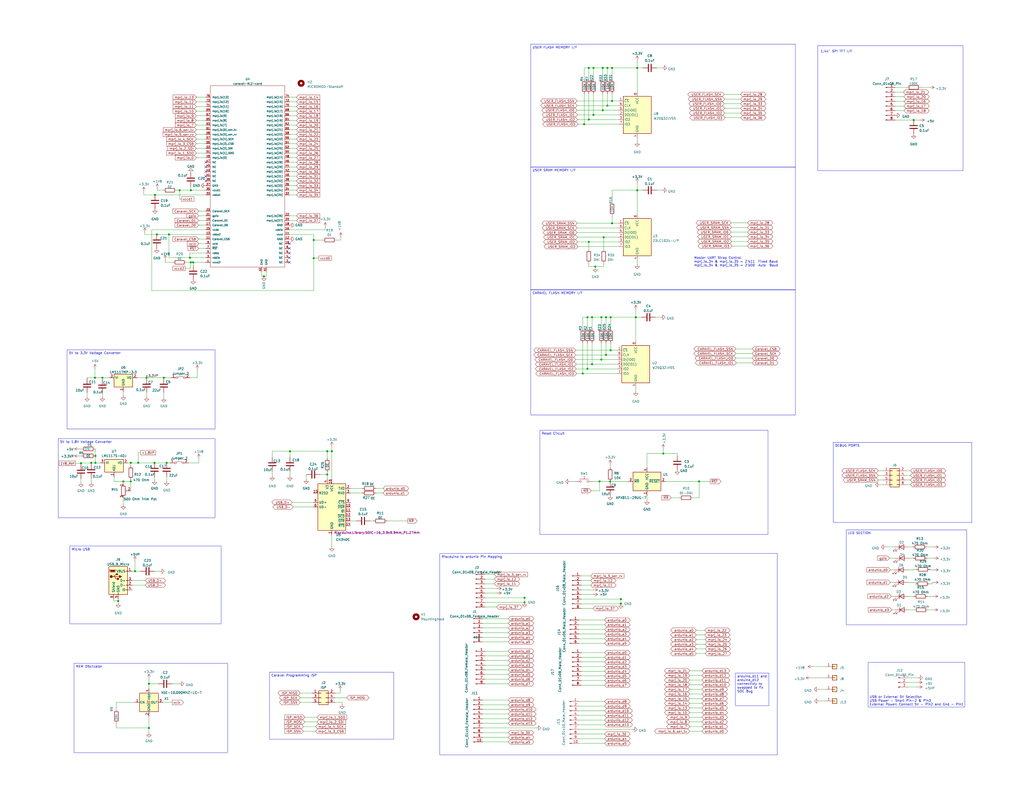
<source format=kicad_sch>
(kicad_sch (version 20230121) (generator eeschema)
  (paper "C")
  (title_block (date "2023-07-21") (rev "1.0.2"))
  (junction (at 347.726 37.084))
  (junction (at 81.28 373.38))
  (junction (at 71.374 262.89))
  (junction (at 178.562 259.08))
  (junction (at 334.01 55.118))
  (junction (at 328.93 37.084))
  (junction (at 361.95 247.65))
  (junction (at 80.01 206.248))
  (junction (at 67.31 262.89))
  (junction (at 321.31 37.084))
  (junction (at 73.66 311.912))
  (junction (at 104.14 103.886))
  (junction (at 323.088 173.228))
  (junction (at 84.582 106.426))
  (junction (at 323.85 37.084))
  (junction (at 331.47 57.658))
  (junction (at 84.328 252.73))
  (junction (at 323.85 62.738))
  (junction (at 338.836 327.152))
  (junction (at 321.31 132.08))
  (junction (at 320.548 201.422))
  (junction (at 286.258 328.93))
  (junction (at 334.01 121.92))
  (junction (at 330.708 193.802))
  (junction (at 331.47 37.084))
  (junction (at 338.836 329.692))
  (junction (at 103.632 140.716))
  (junction (at 324.866 145.542))
  (junction (at 104.14 143.256))
  (junction (at 171.196 140.97))
  (junction (at 323.088 198.882))
  (junction (at 71.374 252.73))
  (junction (at 171.196 131.064))
  (junction (at 286.258 326.39))
  (junction (at 318.77 67.818))
  (junction (at 89.408 206.248))
  (junction (at 333.248 173.228))
  (junction (at 52.07 252.73))
  (junction (at 333.248 191.262))
  (junction (at 329.438 129.54))
  (junction (at 318.008 203.962))
  (junction (at 92.202 128.016))
  (junction (at 328.93 60.198))
  (junction (at 328.168 196.342))
  (junction (at 330.708 173.228))
  (junction (at 181.102 246.38))
  (junction (at 49.784 252.73))
  (junction (at 90.932 252.73))
  (junction (at 334.01 37.084))
  (junction (at 332.994 262.89))
  (junction (at 328.168 173.228))
  (junction (at 158.242 246.38))
  (junction (at 81.28 397.51))
  (junction (at 381.508 262.89))
  (junction (at 498.602 65.532))
  (junction (at 64.516 328.168))
  (junction (at 327.152 262.89))
  (junction (at 347.726 103.886))
  (junction (at 51.816 206.248))
  (junction (at 85.598 128.016))
  (junction (at 178.562 246.38))
  (junction (at 52.07 248.92))
  (junction (at 44.196 252.984))
  (junction (at 75.438 252.73))
  (junction (at 321.31 65.278))
  (junction (at 144.018 150.876))
  (junction (at 98.044 103.886))
  (junction (at 105.41 143.256))
  (junction (at 346.964 173.228))
  (junction (at 320.548 173.228))
  (junction (at 55.88 206.248))
  (no_connect (at 112.268 96.266))
  (no_connect (at 157.988 138.176))
  (no_connect (at 112.268 88.646))
  (no_connect (at 157.988 143.256))
  (no_connect (at 112.268 98.806))
  (no_connect (at 112.268 91.186))
  (no_connect (at 157.988 140.716))
  (no_connect (at 157.988 133.096))
  (no_connect (at 112.268 93.726))
  (no_connect (at 157.988 135.636))
  (wire (pts (xy 334.01 55.118) (xy 337.566 55.118)))
  (wire (pts (xy 44.196 261.366) (xy 44.196 263.398)))
  (wire (pts (xy 161.798 106.426) (xy 157.988 106.426)))
  (wire (pts (xy 181.102 292.1) (xy 181.102 298.45)))
  (wire (pts (xy 488.442 52.832) (xy 493.268 52.832)))
  (wire (pts (xy 376.428 381.508) (xy 383.032 381.508)))
  (wire (pts (xy 47.498 206.248) (xy 51.816 206.248)))
  (wire (pts (xy 330.708 173.228) (xy 333.248 173.228)))
  (wire (pts (xy 88.9 103.886) (xy 85.852 103.886)))
  (wire (pts (xy 500.38 318.008) (xy 495.554 318.008)))
  (wire (pts (xy 376.428 386.588) (xy 383.032 386.588)))
  (wire (pts (xy 315.976 346.202) (xy 329.946 346.202)))
  (wire (pts (xy 44.196 252.73) (xy 49.784 252.73)))
  (wire (pts (xy 71.374 252.73) (xy 71.374 254.254)))
  (wire (pts (xy 263.398 345.44) (xy 277.368 345.44)))
  (wire (pts (xy 89.408 214.376) (xy 89.408 217.17)))
  (wire (pts (xy 317.246 319.532) (xy 322.326 319.532)))
  (wire (pts (xy 178.562 246.38) (xy 181.102 246.38)))
  (wire (pts (xy 328.93 37.084) (xy 331.47 37.084)))
  (wire (pts (xy 161.798 68.326) (xy 157.988 68.326)))
  (wire (pts (xy 264.668 321.31) (xy 271.018 321.31)))
  (wire (pts (xy 327.152 267.97) (xy 327.152 262.89)))
  (wire (pts (xy 317.246 363.982) (xy 329.946 363.982)))
  (wire (pts (xy 508.762 318.77) (xy 508.762 318.008)))
  (wire (pts (xy 75.438 247.142) (xy 75.438 252.73)))
  (wire (pts (xy 161.798 73.406) (xy 157.988 73.406)))
  (wire (pts (xy 81.28 391.16) (xy 81.28 397.51)))
  (wire (pts (xy 494.538 264.668) (xy 496.824 264.668)))
  (wire (pts (xy 112.268 81.026) (xy 107.188 81.026)))
  (wire (pts (xy 263.398 394.97) (xy 277.368 394.97)))
  (wire (pts (xy 171.196 140.97) (xy 171.196 158.75)))
  (wire (pts (xy 167.132 259.08) (xy 167.132 261.62)))
  (wire (pts (xy 330.708 193.802) (xy 336.804 193.802)))
  (wire (pts (xy 495.3 375.158) (xy 500.634 375.158)))
  (wire (pts (xy 161.798 120.396) (xy 157.988 120.396)))
  (wire (pts (xy 85.598 128.016) (xy 92.202 128.016)))
  (wire (pts (xy 112.268 122.936) (xy 108.458 122.936)))
  (wire (pts (xy 479.298 259.588) (xy 481.838 259.588)))
  (wire (pts (xy 498.602 310.896) (xy 498.602 311.15)))
  (wire (pts (xy 81.28 397.51) (xy 81.28 400.05)))
  (wire (pts (xy 331.47 57.658) (xy 337.566 57.658)))
  (wire (pts (xy 496.062 332.994) (xy 498.856 332.994)))
  (wire (pts (xy 500.38 318.77) (xy 500.38 318.008)))
  (wire (pts (xy 61.976 328.168) (xy 64.516 328.168)))
  (wire (pts (xy 181.102 243.84) (xy 181.102 246.38)))
  (wire (pts (xy 264.668 313.69) (xy 269.748 313.69)))
  (wire (pts (xy 177.546 123.952) (xy 177.546 125.476)))
  (wire (pts (xy 112.268 115.316) (xy 108.458 115.316)))
  (wire (pts (xy 263.398 384.81) (xy 277.368 384.81)))
  (wire (pts (xy 264.668 373.38) (xy 277.368 373.38)))
  (wire (pts (xy 347.726 103.886) (xy 350.774 103.886)))
  (wire (pts (xy 64.516 328.168) (xy 64.516 329.184)))
  (wire (pts (xy 161.798 93.726) (xy 157.988 93.726)))
  (wire (pts (xy 263.398 342.9) (xy 277.368 342.9)))
  (wire (pts (xy 314.452 198.882) (xy 323.088 198.882)))
  (wire (pts (xy 264.668 355.6) (xy 277.368 355.6)))
  (wire (pts (xy 333.248 187.198) (xy 333.248 191.262)))
  (wire (pts (xy 171.196 131.064) (xy 171.196 140.97)))
  (wire (pts (xy 263.398 389.89) (xy 277.368 389.89)))
  (wire (pts (xy 78.994 128.016) (xy 78.994 127)))
  (wire (pts (xy 401.828 198.12) (xy 410.464 198.12)))
  (wire (pts (xy 63.5 397.51) (xy 63.5 394.97)))
  (wire (pts (xy 92.202 128.016) (xy 112.268 128.016)))
  (wire (pts (xy 263.398 400.05) (xy 277.368 400.05)))
  (wire (pts (xy 507.492 310.896) (xy 506.984 310.896)))
  (wire (pts (xy 321.31 43.434) (xy 321.31 37.084)))
  (wire (pts (xy 82.804 158.75) (xy 171.196 158.75)))
  (wire (pts (xy 395.478 61.722) (xy 404.114 61.722)))
  (wire (pts (xy 92.202 140.716) (xy 103.632 140.716)))
  (wire (pts (xy 96.52 103.886) (xy 98.044 103.886)))
  (wire (pts (xy 81.28 397.51) (xy 63.5 397.51)))
  (wire (pts (xy 51.816 206.248) (xy 55.88 206.248)))
  (wire (pts (xy 182.88 383.54) (xy 186.69 383.54)))
  (wire (pts (xy 376.428 373.888) (xy 383.032 373.888)))
  (wire (pts (xy 211.328 284.48) (xy 222.504 284.48)))
  (wire (pts (xy 376.428 399.288) (xy 383.032 399.288)))
  (wire (pts (xy 320.548 201.422) (xy 336.804 201.422)))
  (wire (pts (xy 264.668 358.14) (xy 277.368 358.14)))
  (wire (pts (xy 73.66 311.912) (xy 76.708 311.912)))
  (wire (pts (xy 47.498 214.376) (xy 47.498 216.662)))
  (wire (pts (xy 62.23 262.89) (xy 67.31 262.89)))
  (wire (pts (xy 317.246 314.452) (xy 322.326 314.452)))
  (wire (pts (xy 97.79 373.38) (xy 93.98 373.38)))
  (wire (pts (xy 161.798 63.246) (xy 157.988 63.246)))
  (wire (pts (xy 205.232 266.7) (xy 209.042 266.7)))
  (wire (pts (xy 263.398 405.13) (xy 277.368 405.13)))
  (wire (pts (xy 399.034 121.666) (xy 407.924 121.666)))
  (wire (pts (xy 112.268 58.166) (xy 107.188 58.166)))
  (wire (pts (xy 71.374 262.89) (xy 71.374 267.97)))
  (wire (pts (xy 446.786 376.428) (xy 450.342 376.428)))
  (wire (pts (xy 323.85 262.89) (xy 327.152 262.89)))
  (wire (pts (xy 44.196 252.984) (xy 44.196 253.746)))
  (wire (pts (xy 73.66 311.912) (xy 72.136 311.912)))
  (wire (pts (xy 148.59 257.302) (xy 148.59 259.842)))
  (wire (pts (xy 112.268 60.706) (xy 107.188 60.706)))
  (wire (pts (xy 399.288 129.286) (xy 407.924 129.286)))
  (wire (pts (xy 43.18 245.11) (xy 44.45 245.11)))
  (wire (pts (xy 103.632 138.176) (xy 103.632 140.716)))
  (wire (pts (xy 112.268 135.636) (xy 108.458 135.636)))
  (wire (pts (xy 315.976 343.662) (xy 329.946 343.662)))
  (wire (pts (xy 161.798 60.706) (xy 157.988 60.706)))
  (wire (pts (xy 317.246 374.142) (xy 329.946 374.142)))
  (wire (pts (xy 315.976 395.732) (xy 329.946 395.732)))
  (wire (pts (xy 112.268 78.486) (xy 107.188 78.486)))
  (wire (pts (xy 399.288 124.206) (xy 407.924 124.206)))
  (wire (pts (xy 317.246 332.232) (xy 323.596 332.232)))
  (wire (pts (xy 165.608 396.748) (xy 172.212 396.748)))
  (wire (pts (xy 315.976 398.272) (xy 345.186 398.272)))
  (wire (pts (xy 315.976 405.892) (xy 329.946 405.892)))
  (wire (pts (xy 395.224 56.642) (xy 404.114 56.642)))
  (wire (pts (xy 321.31 132.08) (xy 321.31 136.144)))
  (wire (pts (xy 315.214 62.738) (xy 323.85 62.738)))
  (wire (pts (xy 395.478 59.182) (xy 404.114 59.182)))
  (wire (pts (xy 443.484 363.982) (xy 450.342 363.982)))
  (wire (pts (xy 90.17 141.986) (xy 90.17 143.256)))
  (wire (pts (xy 182.88 378.46) (xy 185.674 378.46)))
  (wire (pts (xy 64.516 327.152) (xy 64.516 328.168)))
  (wire (pts (xy 84.328 252.73) (xy 90.932 252.73)))
  (wire (pts (xy 112.268 63.246) (xy 107.188 63.246)))
  (wire (pts (xy 315.976 385.572) (xy 329.946 385.572)))
  (wire (pts (xy 347.726 75.438) (xy 347.726 77.47)))
  (wire (pts (xy 51.816 201.422) (xy 51.816 206.248)))
  (wire (pts (xy 315.214 132.08) (xy 321.31 132.08)))
  (wire (pts (xy 104.14 94.488) (xy 104.14 94.234)))
  (wire (pts (xy 323.088 187.198) (xy 323.088 198.882)))
  (wire (pts (xy 353.06 247.65) (xy 361.95 247.65)))
  (wire (pts (xy 82.804 125.476) (xy 82.804 158.75)))
  (wire (pts (xy 328.168 179.578) (xy 328.168 173.228)))
  (wire (pts (xy 334.01 103.886) (xy 334.01 110.236)))
  (wire (pts (xy 486.41 325.628) (xy 488.188 325.628)))
  (wire (pts (xy 49.784 252.73) (xy 52.07 252.73)))
  (wire (pts (xy 263.398 350.52) (xy 277.368 350.52)))
  (wire (pts (xy 71.374 261.874) (xy 71.374 262.89)))
  (wire (pts (xy 104.14 143.256) (xy 105.41 143.256)))
  (wire (pts (xy 346.964 169.164) (xy 346.964 173.228)))
  (wire (pts (xy 112.268 120.396) (xy 108.458 120.396)))
  (wire (pts (xy 495.3 370.078) (xy 500.888 370.078)))
  (wire (pts (xy 161.798 117.856) (xy 157.988 117.856)))
  (wire (pts (xy 323.85 37.084) (xy 323.85 43.434)))
  (wire (pts (xy 71.374 267.97) (xy 71.12 267.97)))
  (wire (pts (xy 353.06 270.51) (xy 353.06 273.05)))
  (wire (pts (xy 161.798 88.646) (xy 157.988 88.646)))
  (wire (pts (xy 318.008 203.962) (xy 336.804 203.962)))
  (wire (pts (xy 163.83 383.54) (xy 170.18 383.54)))
  (wire (pts (xy 314.96 57.658) (xy 331.47 57.658)))
  (wire (pts (xy 67.31 213.868) (xy 67.31 215.9)))
  (wire (pts (xy 338.836 327.152) (xy 338.836 327.025)))
  (wire (pts (xy 112.268 55.626) (xy 107.188 55.626)))
  (wire (pts (xy 318.008 187.198) (xy 318.008 203.962)))
  (wire (pts (xy 314.198 193.802) (xy 330.708 193.802)))
  (wire (pts (xy 159.512 274.32) (xy 170.942 274.32)))
  (wire (pts (xy 317.246 361.442) (xy 329.946 361.442)))
  (wire (pts (xy 501.904 65.532) (xy 498.602 65.532)))
  (wire (pts (xy 317.246 327.152) (xy 338.836 327.152)))
  (wire (pts (xy 264.668 331.47) (xy 271.018 331.47)))
  (wire (pts (xy 381.508 262.89) (xy 387.604 262.89)))
  (wire (pts (xy 378.206 271.78) (xy 381.508 271.78)))
  (wire (pts (xy 486.664 332.994) (xy 488.442 332.994)))
  (wire (pts (xy 395.732 64.262) (xy 404.114 64.262)))
  (wire (pts (xy 317.246 316.992) (xy 322.326 316.992)))
  (wire (pts (xy 67.31 262.89) (xy 67.31 264.16)))
  (wire (pts (xy 112.268 86.106) (xy 107.188 86.106)))
  (wire (pts (xy 318.77 37.084) (xy 321.31 37.084)))
  (wire (pts (xy 185.674 378.46) (xy 185.674 376.936)))
  (wire (pts (xy 379.984 349.25) (xy 384.81 349.25)))
  (wire (pts (xy 328.168 173.228) (xy 330.708 173.228)))
  (wire (pts (xy 191.262 284.48) (xy 194.31 284.48)))
  (wire (pts (xy 500.38 318.77) (xy 499.618 318.77)))
  (wire (pts (xy 84.328 311.912) (xy 87.122 311.912)))
  (wire (pts (xy 181.102 246.38) (xy 181.102 261.62)))
  (wire (pts (xy 174.752 259.08) (xy 178.562 259.08)))
  (wire (pts (xy 85.852 103.886) (xy 85.852 102.87)))
  (wire (pts (xy 507.238 318.77) (xy 508.762 318.77)))
  (wire (pts (xy 401.574 190.5) (xy 410.464 190.5)))
  (wire (pts (xy 72.136 316.992) (xy 79.248 316.992)))
  (wire (pts (xy 506.476 332.994) (xy 509.27 332.994)))
  (wire (pts (xy 328.168 196.342) (xy 336.804 196.342)))
  (wire (pts (xy 315.976 400.812) (xy 329.946 400.812)))
  (wire (pts (xy 488.442 57.912) (xy 493.268 57.912)))
  (wire (pts (xy 112.268 65.786) (xy 107.188 65.786)))
  (wire (pts (xy 78.486 106.426) (xy 84.582 106.426)))
  (wire (pts (xy 264.668 328.93) (xy 286.258 328.93)))
  (wire (pts (xy 315.976 341.122) (xy 329.946 341.122)))
  (wire (pts (xy 55.88 206.248) (xy 59.69 206.248)))
  (wire (pts (xy 315.976 338.582) (xy 329.946 338.582)))
  (wire (pts (xy 185.928 131.064) (xy 183.642 131.064)))
  (wire (pts (xy 318.008 173.228) (xy 318.008 179.578)))
  (wire (pts (xy 63.5 383.54) (xy 73.66 383.54)))
  (wire (pts (xy 317.246 324.612) (xy 323.596 324.612)))
  (wire (pts (xy 178.562 246.38) (xy 178.562 250.19)))
  (wire (pts (xy 182.88 381) (xy 189.23 381)))
  (wire (pts (xy 105.41 143.256) (xy 112.268 143.256)))
  (wire (pts (xy 498.602 310.896) (xy 499.872 310.896)))
  (wire (pts (xy 314.96 121.92) (xy 334.01 121.92)))
  (wire (pts (xy 376.428 396.748) (xy 383.032 396.748)))
  (wire (pts (xy 323.85 62.738) (xy 337.566 62.738)))
  (wire (pts (xy 320.548 173.228) (xy 323.088 173.228)))
  (wire (pts (xy 328.93 60.198) (xy 337.566 60.198)))
  (wire (pts (xy 331.47 37.084) (xy 334.01 37.084)))
  (wire (pts (xy 160.02 276.86) (xy 170.942 276.86)))
  (wire (pts (xy 263.398 382.27) (xy 277.368 382.27)))
  (wire (pts (xy 205.232 269.24) (xy 209.042 269.24)))
  (wire (pts (xy 331.47 51.054) (xy 331.47 57.658)))
  (wire (pts (xy 494.538 259.588) (xy 496.824 259.588)))
  (wire (pts (xy 314.198 191.262) (xy 333.248 191.262)))
  (wire (pts (xy 317.246 356.362) (xy 329.946 356.362)))
  (wire (pts (xy 495.3 372.618) (xy 500.634 372.618)))
  (wire (pts (xy 161.798 53.086) (xy 157.988 53.086)))
  (wire (pts (xy 161.798 96.266) (xy 157.988 96.266)))
  (wire (pts (xy 62.23 260.35) (xy 62.23 262.89)))
  (wire (pts (xy 317.246 322.072) (xy 323.596 322.072)))
  (wire (pts (xy 201.93 284.48) (xy 203.708 284.48)))
  (wire (pts (xy 327.152 262.89) (xy 332.994 262.89)))
  (wire (pts (xy 379.984 344.17) (xy 384.556 344.17)))
  (wire (pts (xy 315.976 383.032) (xy 329.946 383.032)))
  (wire (pts (xy 488.442 60.452) (xy 493.268 60.452)))
  (wire (pts (xy 315.976 390.652) (xy 329.946 390.652)))
  (wire (pts (xy 363.22 262.89) (xy 381.508 262.89)))
  (wire (pts (xy 311.15 262.89) (xy 313.69 262.89)))
  (wire (pts (xy 84.328 260.35) (xy 84.328 262.128)))
  (wire (pts (xy 161.798 101.346) (xy 157.988 101.346)))
  (wire (pts (xy 479.298 257.048) (xy 481.838 257.048)))
  (wire (pts (xy 318.008 173.228) (xy 320.548 173.228)))
  (wire (pts (xy 357.632 173.228) (xy 360.426 173.228)))
  (wire (pts (xy 379.984 354.33) (xy 384.81 354.33)))
  (wire (pts (xy 112.268 83.566) (xy 107.188 83.566)))
  (wire (pts (xy 72.136 319.532) (xy 79.248 319.532)))
  (wire (pts (xy 488.442 55.372) (xy 493.268 55.372)))
  (wire (pts (xy 78.486 106.426) (xy 78.486 104.648)))
  (wire (pts (xy 506.984 310.896) (xy 506.984 311.15)))
  (wire (pts (xy 334.01 103.886) (xy 347.726 103.886)))
  (wire (pts (xy 186.69 383.54) (xy 186.69 384.556)))
  (wire (pts (xy 158.242 257.302) (xy 158.242 259.842)))
  (wire (pts (xy 447.04 382.778) (xy 450.342 382.778)))
  (wire (pts (xy 84.582 106.426) (xy 112.268 106.426)))
  (wire (pts (xy 395.224 51.562) (xy 404.114 51.562)))
  (wire (pts (xy 379.984 351.79) (xy 384.81 351.79)))
  (wire (pts (xy 321.31 132.08) (xy 337.566 132.08)))
  (wire (pts (xy 508.762 318.008) (xy 509.524 318.008)))
  (wire (pts (xy 142.748 150.876) (xy 142.748 148.336)))
  (wire (pts (xy 98.044 103.886) (xy 98.044 108.712)))
  (wire (pts (xy 329.438 143.764) (xy 329.438 145.542)))
  (wire (pts (xy 104.14 146.558) (xy 104.14 143.256)))
  (wire (pts (xy 161.798 81.026) (xy 157.988 81.026)))
  (wire (pts (xy 315.468 134.62) (xy 337.566 134.62)))
  (wire (pts (xy 107.696 206.248) (xy 103.632 206.248)))
  (wire (pts (xy 166.37 394.208) (xy 172.974 394.208)))
  (wire (pts (xy 264.668 318.77) (xy 269.748 318.77)))
  (wire (pts (xy 320.548 179.578) (xy 320.548 173.228)))
  (wire (pts (xy 317.246 358.902) (xy 329.946 358.902)))
  (wire (pts (xy 328.93 51.054) (xy 328.93 60.198)))
  (wire (pts (xy 358.394 37.084) (xy 361.188 37.084)))
  (wire (pts (xy 166.37 391.668) (xy 172.974 391.668)))
  (wire (pts (xy 323.088 198.882) (xy 336.804 198.882)))
  (wire (pts (xy 321.31 143.764) (xy 321.31 145.542)))
  (wire (pts (xy 73.66 306.324) (xy 73.66 311.912)))
  (wire (pts (xy 346.964 211.582) (xy 346.964 213.614)))
  (wire (pts (xy 89.408 206.248) (xy 93.472 206.248)))
  (wire (pts (xy 324.866 145.542) (xy 324.866 146.05)))
  (wire (pts (xy 263.398 340.36) (xy 277.368 340.36)))
  (wire (pts (xy 347.726 142.24) (xy 347.726 144.272)))
  (wire (pts (xy 315.214 65.278) (xy 321.31 65.278)))
  (wire (pts (xy 353.06 255.27) (xy 353.06 247.65)))
  (wire (pts (xy 333.248 173.228) (xy 346.964 173.228)))
  (wire (pts (xy 506.984 311.15) (xy 509.524 311.15)))
  (wire (pts (xy 81.28 373.38) (xy 81.28 375.92)))
  (wire (pts (xy 323.85 37.084) (xy 328.93 37.084)))
  (wire (pts (xy 347.726 33.02) (xy 347.726 37.084)))
  (wire (pts (xy 333.248 173.228) (xy 333.248 179.578)))
  (wire (pts (xy 334.01 117.856) (xy 334.01 121.92)))
  (wire (pts (xy 315.976 403.352) (xy 329.946 403.352)))
  (wire (pts (xy 338.836 329.692) (xy 338.836 327.152)))
  (wire (pts (xy 185.928 129.54) (xy 185.928 131.064)))
  (wire (pts (xy 376.428 394.208) (xy 383.032 394.208)))
  (wire (pts (xy 263.398 337.82) (xy 277.368 337.82)))
  (wire (pts (xy 286.258 328.93) (xy 286.258 326.39)))
  (wire (pts (xy 264.668 326.39) (xy 286.258 326.39)))
  (wire (pts (xy 286.258 326.39) (xy 286.258 326.263)))
  (wire (pts (xy 171.196 131.064) (xy 171.196 128.016)))
  (wire (pts (xy 112.268 75.946) (xy 107.188 75.946)))
  (wire (pts (xy 485.902 311.15) (xy 487.934 311.15)))
  (wire (pts (xy 323.088 173.228) (xy 323.088 179.578)))
  (wire (pts (xy 314.198 196.342) (xy 328.168 196.342)))
  (wire (pts (xy 44.196 252.73) (xy 44.196 252.984)))
  (wire (pts (xy 148.59 249.682) (xy 148.59 246.38)))
  (wire (pts (xy 318.77 37.084) (xy 318.77 43.434)))
  (wire (pts (xy 90.932 252.73) (xy 92.71 252.73)))
  (wire (pts (xy 315.976 351.282) (xy 329.946 351.282)))
  (wire (pts (xy 80.01 214.376) (xy 80.01 216.662)))
  (wire (pts (xy 376.428 384.048) (xy 383.032 384.048)))
  (wire (pts (xy 315.214 129.54) (xy 329.438 129.54)))
  (wire (pts (xy 399.542 134.366) (xy 407.924 134.366)))
  (wire (pts (xy 321.31 37.084) (xy 323.85 37.084)))
  (wire (pts (xy 320.548 187.198) (xy 320.548 201.422)))
  (wire (pts (xy 158.242 246.38) (xy 178.562 246.38)))
  (wire (pts (xy 366.268 271.78) (xy 370.586 271.78)))
  (wire (pts (xy 332.994 262.89) (xy 342.9 262.89)))
  (wire (pts (xy 496.062 304.8) (xy 498.348 304.8)))
  (wire (pts (xy 376.428 389.128) (xy 383.032 389.128)))
  (wire (pts (xy 55.88 214.884) (xy 55.88 216.662)))
  (wire (pts (xy 324.866 145.542) (xy 329.438 145.542)))
  (wire (pts (xy 322.58 267.97) (xy 327.152 267.97)))
  (wire (pts (xy 103.632 140.716) (xy 112.268 140.716)))
  (wire (pts (xy 145.288 148.336) (xy 145.288 150.876)))
  (wire (pts (xy 104.14 103.886) (xy 112.268 103.886)))
  (wire (pts (xy 376.428 376.428) (xy 383.032 376.428)))
  (wire (pts (xy 112.268 73.406) (xy 107.188 73.406)))
  (wire (pts (xy 399.034 126.746) (xy 407.924 126.746)))
  (wire (pts (xy 347.726 99.822) (xy 347.726 103.886)))
  (wire (pts (xy 495.808 325.628) (xy 498.602 325.628)))
  (wire (pts (xy 315.976 393.192) (xy 329.946 393.192)))
  (wire (pts (xy 347.726 37.084) (xy 350.774 37.084)))
  (wire (pts (xy 318.77 67.818) (xy 337.566 67.818)))
  (wire (pts (xy 264.668 316.23) (xy 269.748 316.23)))
  (wire (pts (xy 498.602 311.15) (xy 495.554 311.15)))
  (wire (pts (xy 101.854 143.256) (xy 104.14 143.256)))
  (wire (pts (xy 107.696 201.93) (xy 107.696 206.248)))
  (wire (pts (xy 494.538 262.128) (xy 496.824 262.128)))
  (wire (pts (xy 442.468 370.078) (xy 450.342 370.078)))
  (wire (pts (xy 108.458 250.444) (xy 108.458 252.73)))
  (wire (pts (xy 76.708 247.142) (xy 75.438 247.142)))
  (wire (pts (xy 98.044 108.712) (xy 99.06 108.712)))
  (wire (pts (xy 178.562 259.08) (xy 178.562 261.62)))
  (wire (pts (xy 263.398 347.98) (xy 277.368 347.98)))
  (wire (pts (xy 52.07 252.73) (xy 54.61 252.73)))
  (wire (pts (xy 323.088 173.228) (xy 328.168 173.228)))
  (wire (pts (xy 328.93 43.434) (xy 328.93 37.084)))
  (wire (pts (xy 264.668 363.22) (xy 277.368 363.22)))
  (wire (pts (xy 264.668 360.68) (xy 277.368 360.68)))
  (wire (pts (xy 502.412 47.752) (xy 507.238 47.752)))
  (wire (pts (xy 82.804 125.476) (xy 112.268 125.476)))
  (wire (pts (xy 112.268 130.556) (xy 108.458 130.556)))
  (wire (pts (xy 347.726 116.84) (xy 347.726 103.886)))
  (wire (pts (xy 165.608 399.288) (xy 172.212 399.288)))
  (wire (pts (xy 485.902 318.008) (xy 487.934 318.008)))
  (wire (pts (xy 321.31 65.278) (xy 337.566 65.278)))
  (wire (pts (xy 314.96 60.198) (xy 328.93 60.198)))
  (wire (pts (xy 485.394 304.8) (xy 488.442 304.8)))
  (wire (pts (xy 323.85 51.054) (xy 323.85 62.738)))
  (wire (pts (xy 98.044 103.886) (xy 104.14 103.886)))
  (wire (pts (xy 69.85 252.73) (xy 71.374 252.73)))
  (wire (pts (xy 52.07 248.92) (xy 52.07 252.73)))
  (wire (pts (xy 161.798 83.566) (xy 157.988 83.566)))
  (wire (pts (xy 334.01 51.054) (xy 334.01 55.118)))
  (wire (pts (xy 505.714 298.704) (xy 509.524 298.704)))
  (wire (pts (xy 263.398 397.51) (xy 292.608 397.51)))
  (wire (pts (xy 80.01 206.248) (xy 80.01 206.756)))
  (wire (pts (xy 328.168 187.198) (xy 328.168 196.342)))
  (wire (pts (xy 163.83 381) (xy 170.18 381)))
  (wire (pts (xy 161.798 55.626) (xy 157.988 55.626)))
  (wire (pts (xy 191.262 269.24) (xy 197.612 269.24)))
  (wire (pts (xy 158.242 249.682) (xy 158.242 246.38)))
  (wire (pts (xy 92.202 140.716) (xy 92.202 128.016)))
  (wire (pts (xy 329.438 136.144) (xy 329.438 129.54)))
  (wire (pts (xy 161.798 78.486) (xy 157.988 78.486)))
  (wire (pts (xy 90.932 260.35) (xy 90.932 262.636)))
  (wire (pts (xy 369.57 247.65) (xy 369.57 248.92)))
  (wire (pts (xy 331.47 37.084) (xy 331.47 43.434)))
  (wire (pts (xy 315.976 348.742) (xy 329.946 348.742)))
  (wire (pts (xy 479.298 262.128) (xy 481.838 262.128)))
  (wire (pts (xy 395.478 54.102) (xy 404.114 54.102)))
  (wire (pts (xy 376.428 378.968) (xy 383.032 378.968)))
  (wire (pts (xy 163.83 378.46) (xy 170.18 378.46)))
  (wire (pts (xy 361.95 245.11) (xy 361.95 247.65)))
  (wire (pts (xy 67.31 271.78) (xy 67.31 275.59)))
  (wire (pts (xy 376.428 371.348) (xy 383.032 371.348)))
  (wire (pts (xy 483.362 298.704) (xy 488.188 298.704)))
  (wire (pts (xy 108.458 252.73) (xy 102.87 252.73)))
  (wire (pts (xy 329.438 129.54) (xy 337.566 129.54)))
  (wire (pts (xy 81.28 370.586) (xy 81.28 373.38)))
  (wire (pts (xy 105.41 143.256) (xy 105.41 145.034)))
  (wire (pts (xy 264.668 365.76) (xy 277.368 365.76)))
  (wire (pts (xy 112.268 68.326) (xy 107.188 68.326)))
  (wire (pts (xy 161.798 98.806) (xy 157.988 98.806)))
  (wire (pts (xy 148.59 246.38) (xy 158.242 246.38)))
  (wire (pts (xy 264.668 370.84) (xy 277.368 370.84)))
  (wire (pts (xy 347.726 50.038) (xy 347.726 37.084)))
  (wire (pts (xy 330.708 173.228) (xy 330.708 179.578)))
  (wire (pts (xy 505.968 304.8) (xy 509.524 304.8)))
  (wire (pts (xy 376.428 391.668) (xy 383.032 391.668)))
  (wire (pts (xy 103.632 138.176) (xy 112.268 138.176)))
  (wire (pts (xy 263.398 387.35) (xy 277.368 387.35)))
  (wire (pts (xy 314.96 55.118) (xy 334.01 55.118)))
  (wire (pts (xy 89.408 206.248) (xy 89.408 206.756)))
  (wire (pts (xy 346.964 173.228) (xy 350.012 173.228)))
  (wire (pts (xy 334.01 121.92) (xy 337.566 121.92)))
  (wire (pts (xy 401.574 193.04) (xy 410.464 193.04)))
  (wire (pts (xy 498.602 65.532) (xy 488.442 65.532)))
  (wire (pts (xy 112.268 70.866) (xy 107.188 70.866)))
  (wire (pts (xy 317.246 371.602) (xy 329.946 371.602)))
  (wire (pts (xy 88.9 383.54) (xy 93.98 383.54)))
  (wire (pts (xy 264.668 368.3) (xy 277.368 368.3)))
  (wire (pts (xy 314.96 124.46) (xy 337.566 124.46)))
  (wire (pts (xy 315.976 388.112) (xy 329.946 388.112)))
  (wire (pts (xy 376.428 366.268) (xy 383.032 366.268)))
  (wire (pts (xy 47.498 206.756) (xy 47.498 206.248)))
  (wire (pts (xy 161.798 91.186) (xy 157.988 91.186)))
  (wire (pts (xy 81.28 373.38) (xy 86.36 373.38)))
  (wire (pts (xy 494.538 257.048) (xy 496.824 257.048)))
  (wire (pts (xy 157.988 128.016) (xy 171.196 128.016)))
  (wire (pts (xy 90.17 143.256) (xy 94.234 143.256)))
  (wire (pts (xy 178.562 257.81) (xy 178.562 259.08)))
  (wire (pts (xy 52.07 245.11) (xy 52.07 248.92)))
  (wire (pts (xy 333.248 191.262) (xy 336.804 191.262)))
  (wire (pts (xy 157.988 125.476) (xy 177.546 125.476)))
  (wire (pts (xy 161.798 103.886) (xy 157.988 103.886)))
  (wire (pts (xy 161.798 65.786) (xy 157.988 65.786)))
  (wire (pts (xy 264.668 323.85) (xy 271.018 323.85)))
  (wire (pts (xy 171.196 131.064) (xy 176.022 131.064)))
  (wire (pts (xy 317.246 366.522) (xy 329.946 366.522)))
  (wire (pts (xy 330.708 187.198) (xy 330.708 193.802)))
  (wire (pts (xy 63.5 383.54) (xy 63.5 387.35)))
  (wire (pts (xy 67.31 262.89) (xy 71.374 262.89)))
  (wire (pts (xy 321.31 51.054) (xy 321.31 65.278)))
  (wire (pts (xy 376.428 368.808) (xy 383.032 368.808)))
  (wire (pts (xy 361.95 247.65) (xy 369.57 247.65)))
  (wire (pts (xy 488.442 50.292) (xy 493.014 50.292)))
  (wire (pts (xy 104.14 101.854) (xy 104.14 103.886)))
  (wire (pts (xy 317.246 369.062) (xy 329.946 369.062)))
  (wire (pts (xy 101.092 146.558) (xy 104.14 146.558)))
  (wire (pts (xy 112.268 53.086) (xy 107.188 53.086)))
  (wire (pts (xy 314.452 201.422) (xy 320.548 201.422)))
  (wire (pts (xy 263.398 392.43) (xy 277.368 392.43)))
  (wire (pts (xy 74.93 206.248) (xy 80.01 206.248)))
  (wire (pts (xy 399.288 131.826) (xy 407.924 131.826)))
  (wire (pts (xy 161.798 86.106) (xy 157.988 86.106)))
  (wire (pts (xy 334.01 37.084) (xy 334.01 43.434)))
  (wire (pts (xy 321.31 145.542) (xy 324.866 145.542)))
  (wire (pts (xy 488.442 47.752) (xy 494.792 47.752)))
  (wire (pts (xy 317.246 329.692) (xy 338.836 329.692)))
  (wire (pts (xy 41.148 252.984) (xy 44.196 252.984)))
  (wire (pts (xy 144.018 150.876) (xy 142.748 150.876)))
  (wire (pts (xy 78.994 128.016) (xy 85.598 128.016)))
  (wire (pts (xy 145.288 150.876) (xy 144.018 150.876)))
  (wire (pts (xy 318.77 51.054) (xy 318.77 67.818)))
  (wire (pts (xy 480.314 264.668) (xy 481.838 264.668)))
  (wire (pts (xy 381.508 271.78) (xy 381.508 262.89)))
  (wire (pts (xy 173.99 140.97) (xy 171.196 140.97)))
  (wire (pts (xy 315.468 67.818) (xy 318.77 67.818)))
  (wire (pts (xy 379.984 356.87) (xy 384.81 356.87)))
  (wire (pts (xy 80.01 206.248) (xy 89.408 206.248)))
  (wire (pts (xy 112.268 133.096) (xy 108.458 133.096)))
  (wire (pts (xy 334.01 37.084) (xy 347.726 37.084)))
  (wire (pts (xy 161.798 70.866) (xy 157.988 70.866)))
  (wire (pts (xy 314.706 203.962) (xy 318.008 203.962)))
  (wire (pts (xy 379.984 346.71) (xy 384.556 346.71)))
  (wire (pts (xy 61.976 327.152) (xy 61.976 328.168)))
  (wire (pts (xy 75.438 252.73) (xy 84.328 252.73)))
  (wire (pts (xy 161.798 58.166) (xy 157.988 58.166)))
  (wire (pts (xy 161.798 75.946) (xy 157.988 75.946)))
  (wire (pts (xy 314.96 127) (xy 337.566 127)))
  (wire (pts (xy 191.262 266.7) (xy 197.612 266.7)))
  (wire (pts (xy 495.808 298.704) (xy 498.094 298.704)))
  (wire (pts (xy 332.994 253.746) (xy 332.994 255.27)))
  (wire (pts (xy 49.784 261.112) (xy 49.784 263.398)))
  (wire (pts (xy 43.18 248.92) (xy 44.45 248.92)))
  (wire (pts (xy 346.964 186.182) (xy 346.964 173.228)))
  (wire (pts (xy 506.222 325.628) (xy 509.27 325.628)))
  (wire (pts (xy 401.574 195.58) (xy 410.464 195.58)))
  (wire (pts (xy 71.374 252.73) (xy 75.438 252.73)))
  (wire (pts (xy 49.784 253.492) (xy 49.784 252.73)))
  (wire (pts (xy 263.398 402.59) (xy 277.368 402.59)))
  (wire (pts (xy 112.268 117.856) (xy 108.458 117.856)))
  (wire (pts (xy 55.88 207.264) (xy 55.88 206.248)))
  (wire (pts (xy 358.394 103.886) (xy 361.188 103.886)))
  (rectangle (start 473.71 361.696) (end 526.542 386.08))
  (rectangle (start 446.278 24.892) (end 525.526 93.218))
  (text_box "MEM OScillator" (at 40.386 362.204 0) (size 83.82 48.768) (effects (font (size 1.27 1.27)) (justify left top)))
  (text_box "5V to 3.3V Voltage Converter" (at 36.576 191.008 0) (size 80.772 43.18) (effects (font (size 1.27 1.27)) (justify left top)))
  (text_box "LED SECTION" (at 461.772 289.306 0) (size 65.786 51.816) (effects (font (size 1.27 1.27)) (justify left top)))
  (text_box "Riscduino to ardunio Pin Mapping" (at 240.03 302.26 0) (size 184.15 109.982) (effects (font (size 1.27 1.27)) (justify left top)))
  (text_box "Micro USB" (at 38.1 298.196 0) (size 82.55 42.418) (effects (font (size 1.27 1.27)) (justify left top)))
  (text_box "arduino_d11 and arduino_d12 connectivty to swapped to fix SOC Bug" (at 401.32 367.538 0) (size 18.288 17.78) (effects (font (size 1.27 1.27)) (justify left top)))
  (text_box "USER SRAM MEMORY I/F" (at 289.56 91.186 0) (size 144.526 67.056) (effects (font (size 1.27 1.27)) (justify left top)))
  (text_box "DEBUG PORTS" (at 454.66 241.554 0) (size 75.692 43.688) (effects (font (size 1.27 1.27)) (justify left top)))
  (text_box "Caravel Programming ISP" (at 147.066 367.03 0) (size 67.818 36.576) (effects (font (size 1.27 1.27)) (justify left top)))
  (text_box "USER FLASH MEMORY I/F" (at 289.56 24.13 0) (size 144.526 67.056) (effects (font (size 1.27 1.27)) (justify left top)))
  (text_box "5V to 1.8V Voltage Converter" (at 31.75 239.522 0) (size 85.598 43.18) (effects (font (size 1.27 1.27)) (justify left top)))
  (text_box "Reset Circuit" (at 294.64 234.95 0) (size 124.46 56.896) (effects (font (size 1.27 1.27)) (justify left top)))
  (text_box "CARAVEL FLASH MEMORY I/F" (at 289.56 158.242 0) (size 144.526 68.326) (effects (font (size 1.27 1.27)) (justify left top)))
  (text "USB or External 5V Selection\nUSB Power - Short Pin-2 & Pin3\nExternal Power: Connect 5V - Pin2 and Gnd - Pin1" (at 474.472 385.572 0) (effects (font (size 1.27 1.27)) (justify left bottom)))
  (text "1.44\" SPI TFT I/F" (at 447.802 28.956 0) (effects (font (size 1.27 1.27)) (justify left bottom)))
  (text "Master UART Strap Control\nmprj_io_34 & mprj_io_35 = 2'b11  Fixed Baud\nmprj_io_34 & mprj_io_35 = 2'b00  Auto  Baud" (at 378.714 145.796 0) (effects (font (size 1.27 1.27)) (justify left bottom)))
  (label "+3.3VP" (at 79.248 206.248 0))
  (global_label "USER_FLASH_SCK" (shape bidirectional) (at 395.224 51.562 180) (property "Intersheetrefs" "${INTERSHEET_REFS}" (effects hide)))
  (global_label "ardunio_d1" (shape input) (at 485.902 318.008 180) (property "Intersheetrefs" "${INTERSHEET_REFS}" (effects hide)))
  (global_label "USER_FLASH_SSN" (shape bidirectional) (at 314.96 55.118 180) (property "Intersheetrefs" "${INTERSHEET_REFS}" (effects hide)))
  (global_label "Caravel_CSB" (shape input) (at 108.458 130.556 180) (property "Intersheetrefs" "${INTERSHEET_REFS}" (effects hide)))
  (global_label "mprj_io_37" (shape bidirectional) (at 323.596 332.232 0) (property "Intersheetrefs" "${INTERSHEET_REFS}" (effects hide)))
  (global_label "mprj_io_15" (shape input) (at 161.798 55.626 0) (property "Intersheetrefs" "${INTERSHEET_REFS}" (effects hide)))
  (global_label "ardunio_d4" (shape bidirectional) (at 277.368 365.76 0) (property "Intersheetrefs" "${INTERSHEET_REFS}" (effects hide)))
  (global_label "ardunio_d6" (shape bidirectional) (at 383.032 384.048 0) (property "Intersheetrefs" "${INTERSHEET_REFS}" (effects hide)))
  (global_label "mprj_io_24" (shape bidirectional) (at 384.81 349.25 0) (property "Intersheetrefs" "${INTERSHEET_REFS}" (effects hide)))
  (global_label "ISP_MISO" (shape bidirectional) (at 163.83 378.46 180) (property "Intersheetrefs" "${INTERSHEET_REFS}" (effects hide)))
  (global_label "mprj_io_22" (shape input) (at 161.798 73.406 0) (property "Intersheetrefs" "${INTERSHEET_REFS}" (effects hide)))
  (global_label "vccd1" (shape passive) (at 99.06 108.712 0) (property "Intersheetrefs" "${INTERSHEET_REFS}" (effects hide)))
  (global_label "mprj_io_16" (shape input) (at 161.798 58.166 0) (property "Intersheetrefs" "${INTERSHEET_REFS}" (effects hide)))
  (global_label "Caravel_D0" (shape input) (at 108.458 122.936 180) (property "Intersheetrefs" "${INTERSHEET_REFS}" (effects hide)))
  (global_label "ardunio_a1" (shape bidirectional) (at 329.946 341.122 0) (property "Intersheetrefs" "${INTERSHEET_REFS}" (effects hide)))
  (global_label "ardunio_d1" (shape bidirectional) (at 383.032 396.748 0) (property "Intersheetrefs" "${INTERSHEET_REFS}" (effects hide)))
  (global_label "USER_FLASH_SCK" (shape bidirectional) (at 479.298 257.048 180) (property "Intersheetrefs" "${INTERSHEET_REFS}" (effects hide)))
  (global_label "mprj_io_25" (shape input) (at 161.798 81.026 0) (property "Intersheetrefs" "${INTERSHEET_REFS}" (effects hide)))
  (global_label "Caravel_D1" (shape input) (at 108.458 120.396 180) (property "Intersheetrefs" "${INTERSHEET_REFS}" (effects hide)))
  (global_label "mprj_io_16" (shape bidirectional) (at 376.428 378.968 180) (property "Intersheetrefs" "${INTERSHEET_REFS}" (effects hide)))
  (global_label "ardunio_d2" (shape bidirectional) (at 329.946 361.442 0) (property "Intersheetrefs" "${INTERSHEET_REFS}" (effects hide)))
  (global_label "ardunio_a1" (shape bidirectional) (at 379.984 346.71 180) (property "Intersheetrefs" "${INTERSHEET_REFS}" (effects hide)))
  (global_label "ardunio_a2" (shape bidirectional) (at 329.946 343.662 0) (property "Intersheetrefs" "${INTERSHEET_REFS}" (effects hide)))
  (global_label "USB_D-" (shape bidirectional) (at 79.248 319.532 0) (property "Intersheetrefs" "${INTERSHEET_REFS}" (effects hide)))
  (global_label "mprj_io_22" (shape bidirectional) (at 384.556 344.17 0) (property "Intersheetrefs" "${INTERSHEET_REFS}" (effects hide)))
  (global_label "ISP_SCK" (shape bidirectional) (at 163.83 381 180) (property "Intersheetrefs" "${INTERSHEET_REFS}" (effects hide)))
  (global_label "mprj_io_24" (shape input) (at 161.798 78.486 0) (property "Intersheetrefs" "${INTERSHEET_REFS}" (effects hide)))
  (global_label "ardunio_d1" (shape bidirectional) (at 209.042 269.24 0) (property "Intersheetrefs" "${INTERSHEET_REFS}" (effects hide)))
  (global_label "USER_FLASH_SSN" (shape bidirectional) (at 395.478 54.102 180) (property "Intersheetrefs" "${INTERSHEET_REFS}" (effects hide)))
  (global_label "1V8_Ref" (shape passive) (at 41.148 252.984 180) (property "Intersheetrefs" "${INTERSHEET_REFS}" (effects hide)))
  (global_label "mprj_io_17" (shape bidirectional) (at 493.268 57.912 0) (property "Intersheetrefs" "${INTERSHEET_REFS}" (effects hide)))
  (global_label "ardunio_a3" (shape bidirectional) (at 379.984 351.79 180) (property "Intersheetrefs" "${INTERSHEET_REFS}" (effects hide)))
  (global_label "mprj_io_6_ser_tx" (shape bidirectional) (at 376.428 399.288 180) (property "Intersheetrefs" "${INTERSHEET_REFS}" (effects hide)))
  (global_label "mprj_io_7" (shape bidirectional) (at 376.428 396.748 180) (property "Intersheetrefs" "${INTERSHEET_REFS}" (effects hide)))
  (global_label "mprj_io_35" (shape input) (at 161.798 106.426 0) (property "Intersheetrefs" "${INTERSHEET_REFS}" (effects hide)))
  (global_label "mprj_io_28" (shape bidirectional) (at 404.114 51.562 0) (property "Intersheetrefs" "${INTERSHEET_REFS}" (effects hide)))
  (global_label "mprj_io_5_ser_rx" (shape input) (at 269.748 313.69 0) (property "Intersheetrefs" "${INTERSHEET_REFS}" (effects hide)))
  (global_label "mprj_io_8" (shape bidirectional) (at 376.428 394.208 180) (property "Intersheetrefs" "${INTERSHEET_REFS}" (effects hide)))
  (global_label "~{MR}" (shape input) (at 366.268 271.78 180) (property "Intersheetrefs" "${INTERSHEET_REFS}" (effects hide)))
  (global_label "mprj_io_25" (shape bidirectional) (at 384.81 351.79 0) (property "Intersheetrefs" "${INTERSHEET_REFS}" (effects hide)))
  (global_label "mprj_io_7" (shape input) (at 107.188 68.326 180) (property "Intersheetrefs" "${INTERSHEET_REFS}" (effects hide)))
  (global_label "ardunio_d2" (shape bidirectional) (at 277.368 360.68 0) (property "Intersheetrefs" "${INTERSHEET_REFS}" (effects hide)))
  (global_label "ardunio_d11" (shape bidirectional) (at 383.032 371.348 0) (property "Intersheetrefs" "${INTERSHEET_REFS}" (effects hide)))
  (global_label "ardunio_a5" (shape bidirectional) (at 379.984 356.87 180) (property "Intersheetrefs" "${INTERSHEET_REFS}" (effects hide)))
  (global_label "USER_FLASH_IO2" (shape bidirectional) (at 395.478 61.722 180) (property "Intersheetrefs" "${INTERSHEET_REFS}" (effects hide)))
  (global_label "ardunio_a4" (shape bidirectional) (at 329.946 348.742 0) (property "Intersheetrefs" "${INTERSHEET_REFS}" (effects hide)))
  (global_label "ardunio_d4" (shape bidirectional) (at 329.946 366.522 0) (property "Intersheetrefs" "${INTERSHEET_REFS}" (effects hide)))
  (global_label "mprj_io_23" (shape input) (at 161.798 75.946 0) (property "Intersheetrefs" "${INTERSHEET_REFS}" (effects hide)))
  (global_label "mprj_io_2_SDI" (shape input) (at 172.974 394.208 0) (property "Intersheetrefs" "${INTERSHEET_REFS}" (effects hide)))
  (global_label "mprj_io_0" (shape input) (at 107.188 86.106 180) (property "Intersheetrefs" "${INTERSHEET_REFS}" (effects hide)))
  (global_label "USER_SRAM_SSN" (shape bidirectional) (at 399.288 124.206 180) (property "Intersheetrefs" "${INTERSHEET_REFS}" (effects hide)))
  (global_label "ISP_SCK" (shape input) (at 165.608 396.748 180) (property "Intersheetrefs" "${INTERSHEET_REFS}" (effects hide)))
  (global_label "mprj_io_18" (shape input) (at 161.798 63.246 0) (property "Intersheetrefs" "${INTERSHEET_REFS}" (effects hide)))
  (global_label "CARAVEL_FLASH_IO1" (shape bidirectional) (at 401.828 198.12 180) (property "Intersheetrefs" "${INTERSHEET_REFS}" (effects hide)))
  (global_label "mprj_io_29" (shape bidirectional) (at 404.114 54.102 0) (property "Intersheetrefs" "${INTERSHEET_REFS}" (effects hide)))
  (global_label "mprj_io_35" (shape bidirectional) (at 404.114 61.722 0) (property "Intersheetrefs" "${INTERSHEET_REFS}" (effects hide)))
  (global_label "USB_D+" (shape bidirectional) (at 79.248 316.992 0) (property "Intersheetrefs" "${INTERSHEET_REFS}" (effects hide)))
  (global_label "mprj_io_20" (shape input) (at 161.798 68.326 0) (property "Intersheetrefs" "${INTERSHEET_REFS}" (effects hide)))
  (global_label "USER_FLASH_IO1" (shape bidirectional) (at 395.478 59.182 180) (property "Intersheetrefs" "${INTERSHEET_REFS}" (effects hide)))
  (global_label "USER_SRAM_IO0" (shape bidirectional) (at 399.034 126.746 180) (property "Intersheetrefs" "${INTERSHEET_REFS}" (effects hide)))
  (global_label "USB_D+" (shape bidirectional) (at 159.512 274.32 180) (property "Intersheetrefs" "${INTERSHEET_REFS}" (effects hide)))
  (global_label "mprj_io_30" (shape bidirectional) (at 277.368 400.05 0) (property "Intersheetrefs" "${INTERSHEET_REFS}" (effects hide)))
  (global_label "USER_SRAM_IO1" (shape bidirectional) (at 315.214 129.54 180) (property "Intersheetrefs" "${INTERSHEET_REFS}" (effects hide)))
  (global_label "CARAVEL_FLASH_IO2" (shape bidirectional) (at 314.452 201.422 180) (property "Intersheetrefs" "${INTERSHEET_REFS}" (effects hide)))
  (global_label "ardunio_d9" (shape bidirectional) (at 383.032 376.428 0) (property "Intersheetrefs" "${INTERSHEET_REFS}" (effects hide)))
  (global_label "CARAVEL_FLASH_SCK" (shape bidirectional) (at 401.574 193.04 180) (property "Intersheetrefs" "${INTERSHEET_REFS}" (effects hide)))
  (global_label "ardunio_d0" (shape bidirectional) (at 329.946 356.362 0) (property "Intersheetrefs" "${INTERSHEET_REFS}" (effects hide)))
  (global_label "mprj_io_17" (shape bidirectional) (at 376.428 376.428 180) (property "Intersheetrefs" "${INTERSHEET_REFS}" (effects hide)))
  (global_label "mprj_io_12" (shape bidirectional) (at 269.748 316.23 0) (property "Intersheetrefs" "${INTERSHEET_REFS}" (effects hide)))
  (global_label "mprj_io_26" (shape bidirectional) (at 384.81 354.33 0) (property "Intersheetrefs" "${INTERSHEET_REFS}" (effects hide)))
  (global_label "ISP_SSN" (shape bidirectional) (at 163.83 383.54 180) (property "Intersheetrefs" "${INTERSHEET_REFS}" (effects hide)))
  (global_label "mprj_io_14" (shape bidirectional) (at 376.428 384.048 180) (property "Intersheetrefs" "${INTERSHEET_REFS}" (effects hide)))
  (global_label "USER_SRAM_SSN" (shape bidirectional) (at 314.96 121.92 180) (property "Intersheetrefs" "${INTERSHEET_REFS}" (effects hide)))
  (global_label "ardunio_d7" (shape bidirectional) (at 383.032 381.508 0) (property "Intersheetrefs" "${INTERSHEET_REFS}" (effects hide)))
  (global_label "mprj_io_11" (shape bidirectional) (at 322.326 319.532 0) (property "Intersheetrefs" "${INTERSHEET_REFS}" (effects hide)))
  (global_label "mprj_io_36" (shape bidirectional) (at 407.924 134.366 0) (property "Intersheetrefs" "${INTERSHEET_REFS}" (effects hide)))
  (global_label "mprj_io_4_SCK" (shape input) (at 172.212 396.748 0) (property "Intersheetrefs" "${INTERSHEET_REFS}" (effects hide)))
  (global_label "mprj_io_21" (shape input) (at 161.798 70.866 0) (property "Intersheetrefs" "${INTERSHEET_REFS}" (effects hide)))
  (global_label "ardunio_d1" (shape bidirectional) (at 329.946 358.902 0) (property "Intersheetrefs" "${INTERSHEET_REFS}" (effects hide)))
  (global_label "mprj_io_3_CSB" (shape input) (at 107.188 78.486 180) (property "Intersheetrefs" "${INTERSHEET_REFS}" (effects hide)))
  (global_label "ardunio_a4" (shape bidirectional) (at 379.984 354.33 180) (property "Intersheetrefs" "${INTERSHEET_REFS}" (effects hide)))
  (global_label "mprj_io_27" (shape input) (at 161.798 86.106 0) (property "Intersheetrefs" "${INTERSHEET_REFS}" (effects hide)))
  (global_label "mprj_io_6_ser_tx" (shape input) (at 107.188 70.866 180) (property "Intersheetrefs" "${INTERSHEET_REFS}" (effects hide)))
  (global_label "CARAVEL_FLASH_IO0" (shape bidirectional) (at 314.198 196.342 180) (property "Intersheetrefs" "${INTERSHEET_REFS}" (effects hide)))
  (global_label "mprj_io_16" (shape bidirectional) (at 493.268 55.372 0) (property "Intersheetrefs" "${INTERSHEET_REFS}" (effects hide)))
  (global_label "ardunio_d8" (shape bidirectional) (at 277.368 382.27 0) (property "Intersheetrefs" "${INTERSHEET_REFS}" (effects hide)))
  (global_label "mprj_io_14" (shape input) (at 161.798 53.086 0) (property "Intersheetrefs" "${INTERSHEET_REFS}" (effects hide)))
  (global_label "mprj_io_2_SDI" (shape input) (at 107.188 81.026 180) (property "Intersheetrefs" "${INTERSHEET_REFS}" (effects hide)))
  (global_label "vccd2" (shape passive) (at 101.092 146.558 180) (property "Intersheetrefs" "${INTERSHEET_REFS}" (effects hide)))
  (global_label "USER_SRAM_IO2" (shape bidirectional) (at 399.288 131.826 180) (property "Intersheetrefs" "${INTERSHEET_REFS}" (effects hide)))
  (global_label "ardunio_d9" (shape bidirectional) (at 277.368 384.81 0) (property "Intersheetrefs" "${INTERSHEET_REFS}" (effects hide)))
  (global_label "USER_FLASH_IO2" (shape bidirectional) (at 496.824 262.128 0) (property "Intersheetrefs" "${INTERSHEET_REFS}" (effects hide)))
  (global_label "USER_FLASH_SSN" (shape bidirectional) (at 479.298 259.588 180) (property "Intersheetrefs" "${INTERSHEET_REFS}" (effects hide)))
  (global_label "mprj_io_33" (shape bidirectional) (at 407.924 126.746 0) (property "Intersheetrefs" "${INTERSHEET_REFS}" (effects hide)))
  (global_label "USER_FLASH_IO2" (shape bidirectional) (at 315.214 65.278 180) (property "Intersheetrefs" "${INTERSHEET_REFS}" (effects hide)))
  (global_label "ardunio_d0" (shape bidirectional) (at 277.368 355.6 0) (property "Intersheetrefs" "${INTERSHEET_REFS}" (effects hide)))
  (global_label "ardunio_d11" (shape bidirectional) (at 277.368 389.89 0) (property "Intersheetrefs" "${INTERSHEET_REFS}" (effects hide)))
  (global_label "ardunio_d10" (shape bidirectional) (at 383.032 373.888 0) (property "Intersheetrefs" "${INTERSHEET_REFS}" (effects hide)))
  (global_label "ardunio_d10" (shape bidirectional) (at 277.368 387.35 0) (property "Intersheetrefs" "${INTERSHEET_REFS}" (effects hide)))
  (global_label "USER_FLASH_IO0" (shape bidirectional) (at 395.224 56.642 180) (property "Intersheetrefs" "${INTERSHEET_REFS}" (effects hide)))
  (global_label "ardunio_d3" (shape bidirectional) (at 383.032 391.668 0) (property "Intersheetrefs" "${INTERSHEET_REFS}" (effects hide)))
  (global_label "mprj_io_19" (shape bidirectional) (at 376.428 368.808 180) (property "Intersheetrefs" "${INTERSHEET_REFS}" (effects hide)))
  (global_label "mprj_io_37" (shape bidirectional) (at 271.018 331.47 0) (property "Intersheetrefs" "${INTERSHEET_REFS}" (effects hide)))
  (global_label "mprj_io_33" (shape bidirectional) (at 404.114 56.642 0) (property "Intersheetrefs" "${INTERSHEET_REFS}" (effects hide)))
  (global_label "mprj_io_30" (shape bidirectional) (at 329.946 400.812 0) (property "Intersheetrefs" "${INTERSHEET_REFS}" (effects hide)))
  (global_label "mprj_io_1_SDO" (shape input) (at 107.188 83.566 180) (property "Intersheetrefs" "${INTERSHEET_REFS}" (effects hide)))
  (global_label "ardunio_a2" (shape bidirectional) (at 277.368 342.9 0) (property "Intersheetrefs" "${INTERSHEET_REFS}" (effects hide)))
  (global_label "+1.8VP" (shape passive) (at 76.708 247.142 0) (property "Intersheetrefs" "${INTERSHEET_REFS}" (effects hide)))
  (global_label "~{RST}" (shape input) (at 108.458 135.636 180) (property "Intersheetrefs" "${INTERSHEET_REFS}" (effects hide)))
  (global_label "mprj_io_10" (shape bidirectional) (at 376.428 389.128 180) (property "Intersheetrefs" "${INTERSHEET_REFS}" (effects hide)))
  (global_label "mprj_io_31" (shape input) (at 161.798 96.266 0) (property "Intersheetrefs" "${INTERSHEET_REFS}" (effects hide)))
  (global_label "ardunio_d13" (shape bidirectional) (at 277.368 394.97 0) (property "Intersheetrefs" "${INTERSHEET_REFS}" (effects hide)))
  (global_label "mprj_io_36" (shape bidirectional) (at 404.114 64.262 0) (property "Intersheetrefs" "${INTERSHEET_REFS}" (effects hide)))
  (global_label "CARAVEL_FLASH_IO3" (shape bidirectional) (at 314.706 203.962 180) (property "Intersheetrefs" "${INTERSHEET_REFS}" (effects hide)))
  (global_label "ardunio_d10" (shape bidirectional) (at 329.946 388.112 0) (property "Intersheetrefs" "${INTERSHEET_REFS}" (effects hide)))
  (global_label "gpio" (shape input) (at 108.458 117.856 180) (property "Intersheetrefs" "${INTERSHEET_REFS}" (effects hide)))
  (global_label "ardunio_d13" (shape bidirectional) (at 329.946 395.732 0) (property "Intersheetrefs" "${INTERSHEET_REFS}" (effects hide)))
  (global_label "mprj_io_34" (shape bidirectional) (at 404.114 59.182 0) (property "Intersheetrefs" "${INTERSHEET_REFS}" (effects hide)))
  (global_label "mprj_io_20" (shape bidirectional) (at 376.428 371.348 180) (property "Intersheetrefs" "${INTERSHEET_REFS}" (effects hide)))
  (global_label "USB_D-" (shape bidirectional) (at 160.02 276.86 180) (property "Intersheetrefs" "${INTERSHEET_REFS}" (effects hide)))
  (global_label "USER_SRAM_IO0" (shape bidirectional) (at 314.96 127 180) (property "Intersheetrefs" "${INTERSHEET_REFS}" (effects hide)))
  (global_label "ardunio_a5" (shape bidirectional) (at 329.946 351.282 0) (property "Intersheetrefs" "${INTERSHEET_REFS}" (effects hide)))
  (global_label "USER_SRAM_IO3" (shape bidirectional) (at 399.542 134.366 180) (property "Intersheetrefs" "${INTERSHEET_REFS}" (effects hide)))
  (global_label "~{RST}" (shape output) (at 387.604 262.89 0) (property "Intersheetrefs" "${INTERSHEET_REFS}" (effects hide)))
  (global_label "mprj_io_5_ser_rx" (shape input) (at 107.188 73.406 180) (property "Intersheetrefs" "${INTERSHEET_REFS}" (effects hide)))
  (global_label "mprj_io_12" (shape input) (at 107.188 55.626 180) (property "Intersheetrefs" "${INTERSHEET_REFS}" (effects hide)))
  (global_label "ardunio_d1" (shape bidirectional) (at 277.368 358.14 0) (property "Intersheetrefs" "${INTERSHEET_REFS}" (effects hide)))
  (global_label "USER_SRAM_SSN" (shape bidirectional) (at 479.298 262.128 180) (property "Intersheetrefs" "${INTERSHEET_REFS}" (effects hide)))
  (global_label "ardunio_d11" (shape bidirectional) (at 329.946 390.652 0) (property "Intersheetrefs" "${INTERSHEET_REFS}" (effects hide)))
  (global_label "USER_SRAM_IO1" (shape bidirectional) (at 399.288 129.286 180) (property "Intersheetrefs" "${INTERSHEET_REFS}" (effects hide)))
  (global_label "CARAVEL_FLASH_SSN" (shape bidirectional) (at 314.198 191.262 180) (property "Intersheetrefs" "${INTERSHEET_REFS}" (effects hide)))
  (global_label "ardunio_d2" (shape input) (at 486.41 325.628 180) (property "Intersheetrefs" "${INTERSHEET_REFS}" (effects hide)))
  (global_label "mprj_io_21" (shape bidirectional) (at 376.428 366.268 180) (property "Intersheetrefs" "${INTERSHEET_REFS}" (effects hide)))
  (global_label "mprj_io_33" (shape input) (at 161.798 101.346 0) (property "Intersheetrefs" "${INTERSHEET_REFS}" (effects hide)))
  (global_label "mprj_io_28" (shape bidirectional) (at 407.924 121.666 0) (property "Intersheetrefs" "${INTERSHEET_REFS}" (effects hide)))
  (global_label "ardunio_a0" (shape bidirectional) (at 379.984 344.17 180) (property "Intersheetrefs" "${INTERSHEET_REFS}" (effects hide)))
  (global_label "vccd0" (shape passive) (at 173.99 140.97 0) (property "Intersheetrefs" "${INTERSHEET_REFS}" (effects hide)))
  (global_label "mprj_io_13" (shape bidirectional) (at 376.428 386.588 180) (property "Intersheetrefs" "${INTERSHEET_REFS}" (effects hide)))
  (global_label "xclk" (shape input) (at 108.458 133.096 180) (property "Intersheetrefs" "${INTERSHEET_REFS}" (effects hide)))
  (global_label "ISP_MISO" (shape input) (at 166.37 391.668 180) (property "Intersheetrefs" "${INTERSHEET_REFS}" (effects hide)))
  (global_label "mprj_io_9" (shape input) (at 107.188 63.246 180) (property "Intersheetrefs" "${INTERSHEET_REFS}" (effects hide)))
  (global_label "gpio" (shape input) (at 485.394 304.8 180) (property "Intersheetrefs" "${INTERSHEET_REFS}" (effects hide)))
  (global_label "ardunio_d0" (shape input) (at 485.902 311.15 180) (property "Intersheetrefs" "${INTERSHEET_REFS}" (effects hide)))
  (global_label "mprj_io_34" (shape bidirectional) (at 407.924 129.286 0) (property "Intersheetrefs" "${INTERSHEET_REFS}" (effects hide)))
  (global_label "mprj_io_4_SCK" (shape input) (at 107.188 75.946 180) (property "Intersheetrefs" "${INTERSHEET_REFS}" (effects hide)))
  (global_label "ardunio_d3" (shape input) (at 486.664 332.994 180) (property "Intersheetrefs" "${INTERSHEET_REFS}" (effects hide)))
  (global_label "mprj_io_31" (shape bidirectional) (at 407.924 124.206 0) (property "Intersheetrefs" "${INTERSHEET_REFS}" (effects hide)))
  (global_label "USER_FLASH_IO1" (shape bidirectional) (at 315.214 62.738 180) (property "Intersheetrefs" "${INTERSHEET_REFS}" (effects hide)))
  (global_label "Caravel_D0" (shape bidirectional) (at 410.464 195.58 0) (property "Intersheetrefs" "${INTERSHEET_REFS}" (effects hide)))
  (global_label "ardunio_a1" (shape bidirectional) (at 277.368 340.36 0) (property "Intersheetrefs" "${INTERSHEET_REFS}" (effects hide)))
  (global_label "ardunio_d8" (shape bidirectional) (at 329.946 383.032 0) (property "Intersheetrefs" "${INTERSHEET_REFS}" (effects hide)))
  (global_label "mprj_io_29" (shape input) (at 161.798 91.186 0) (property "Intersheetrefs" "${INTERSHEET_REFS}" (effects hide)))
  (global_label "Caravel_CSB" (shape bidirectional) (at 410.464 190.5 0) (property "Intersheetrefs" "${INTERSHEET_REFS}" (effects hide)))
  (global_label "ardunio_d5" (shape bidirectional) (at 277.368 368.3 0) (property "Intersheetrefs" "${INTERSHEET_REFS}" (effects hide)))
  (global_label "CARAVEL_FLASH_SSN" (shape bidirectional) (at 401.574 190.5 180) (property "Intersheetrefs" "${INTERSHEET_REFS}" (effects hide)))
  (global_label "USER_SRAM_IO3" (shape bidirectional) (at 315.468 134.62 180) (property "Intersheetrefs" "${INTERSHEET_REFS}" (effects hide)))
  (global_label "ISP_MOSI" (shape bidirectional) (at 189.23 381 0) (property "Intersheetrefs" "${INTERSHEET_REFS}" (effects hide)))
  (global_label "mprj_io_35" (shape bidirectional) (at 407.924 131.826 0) (property "Intersheetrefs" "${INTERSHEET_REFS}" (effects hide)))
  (global_label "ardunio_a0" (shape bidirectional) (at 277.368 337.82 0) (property "Intersheetrefs" "${INTERSHEET_REFS}" (effects hide)))
  (global_label "ardunio_d7" (shape bidirectional) (at 329.946 374.142 0) (property "Intersheetrefs" "${INTERSHEET_REFS}" (effects hide)))
  (global_label "ardunio_a2" (shape bidirectional) (at 379.984 349.25 180) (property "Intersheetrefs" "${INTERSHEET_REFS}" (effects hide)))
  (global_label "mprj_io_15" (shape bidirectional) (at 376.428 381.508 180) (property "Intersheetrefs" "${INTERSHEET_REFS}" (effects hide)))
  (global_label "USER_FLASH_IO3" (shape bidirectional) (at 395.732 64.262 180) (property "Intersheetrefs" "${INTERSHEET_REFS}" (effects hide)))
  (global_label "ardunio_a5" (shape bidirectional) (at 277.368 405.13 0) (property "Intersheetrefs" "${INTERSHEET_REFS}" (effects hide)))
  (global_label "ardunio_d12" (shape bidirectional) (at 329.946 393.192 0) (property "Intersheetrefs" "${INTERSHEET_REFS}" (effects hide)))
  (global_label "ardunio_a3" (shape bidirectional) (at 329.946 346.202 0) (property "Intersheetrefs" "${INTERSHEET_REFS}" (effects hide)))
  (global_label "Caravel_SCK" (shape input) (at 108.458 115.316 180) (property "Intersheetrefs" "${INTERSHEET_REFS}" (effects hide)))
  (global_label "ISP_MOSI" (shape input) (at 166.37 394.208 180) (property "Intersheetrefs" "${INTERSHEET_REFS}" (effects hide)))
  (global_label "ardunio_d8" (shape bidirectional) (at 383.032 378.968 0) (property "Intersheetrefs" "${INTERSHEET_REFS}" (effects hide)))
  (global_label "ardunio_d9" (shape bidirectional) (at 329.946 385.572 0) (property "Intersheetrefs" "${INTERSHEET_REFS}" (effects hide)))
  (global_label "ardunio_d12" (shape bidirectional) (at 277.368 392.43 0) (property "Intersheetrefs" "${INTERSHEET_REFS}" (effects hide)))
  (global_label "USER_FLASH_IO0" (shape bidirectional) (at 314.96 60.198 180) (property "Intersheetrefs" "${INTERSHEET_REFS}" (effects hide)))
  (global_label "ardunio_a0" (shape bidirectional) (at 329.946 338.582 0) (property "Intersheetrefs" "${INTERSHEET_REFS}" (effects hide)))
  (global_label "ISP_SSN" (shape input) (at 165.608 399.288 180) (property "Intersheetrefs" "${INTERSHEET_REFS}" (effects hide)))
  (global_label "ardunio_d4" (shape bidirectional) (at 383.032 389.128 0) (property "Intersheetrefs" "${INTERSHEET_REFS}" (effects hide)))
  (global_label "ardunio_d7" (shape bidirectional) (at 277.368 373.38 0) (property "Intersheetrefs" "${INTERSHEET_REFS}" (effects hide)))
  (global_label "USER_FLASH_SCK" (shape bidirectional) (at 314.96 57.658 180) (property "Intersheetrefs" "${INTERSHEET_REFS}" (effects hide)))
  (global_label "mprj_io_13" (shape input) (at 107.188 53.086 180) (property "Intersheetrefs" "${INTERSHEET_REFS}" (effects hide)))
  (global_label "ardunio_d5" (shape bidirectional) (at 329.946 369.062 0) (property "Intersheetrefs" "${INTERSHEET_REFS}" (effects hide)))
  (global_label "Caravel_SCK" (shape bidirectional) (at 410.464 193.04 0) (property "Intersheetrefs" "${INTERSHEET_REFS}" (effects hide)))
  (global_label "mprj_io_26" (shape input) (at 161.798 83.566 0) (property "Intersheetrefs" "${INTERSHEET_REFS}" (effects hide)))
  (global_label "mprj_io_5_ser_rx" (shape input) (at 322.326 314.452 0) (property "Intersheetrefs" "${INTERSHEET_REFS}" (effects hide)))
  (global_label "mprj_io_27" (shape bidirectional) (at 384.81 356.87 0) (property "Intersheetrefs" "${INTERSHEET_REFS}" (effects hide)))
  (global_label "mprj_io_3_CSB" (shape input) (at 172.212 399.288 0) (property "Intersheetrefs" "${INTERSHEET_REFS}" (effects hide)))
  (global_label "USER_SRAM_IO2" (shape bidirectional) (at 315.214 132.08 180) (property "Intersheetrefs" "${INTERSHEET_REFS}" (effects hide)))
  (global_label "CARAVEL_FLASH_IO0" (shape bidirectional) (at 401.574 195.58 180) (property "Intersheetrefs" "${INTERSHEET_REFS}" (effects hide)))
  (global_label "ardunio_d0" (shape bidirectional) (at 383.032 399.288 0) (property "Intersheetrefs" "${INTERSHEET_REFS}" (effects hide)))
  (global_label "ardunio_d6" (shape bidirectional) (at 329.946 371.602 0) (property "Intersheetrefs" "${INTERSHEET_REFS}" (effects hide)))
  (global_label "ardunio_d5" (shape bidirectional) (at 383.032 386.588 0) (property "Intersheetrefs" "${INTERSHEET_REFS}" (effects hide)))
  (global_label "mprj_io_21" (shape bidirectional) (at 493.014 50.292 0) (property "Intersheetrefs" "${INTERSHEET_REFS}" (effects hide)))
  (global_label "ardunio_a5" (shape bidirectional) (at 277.368 350.52 0) (property "Intersheetrefs" "${INTERSHEET_REFS}" (effects hide)))
  (global_label "ardunio_a4" (shape bidirectional) (at 329.946 403.352 0) (property "Intersheetrefs" "${INTERSHEET_REFS}" (effects hide)))
  (global_label "ardunio_a4" (shape bidirectional) (at 277.368 347.98 0) (property "Intersheetrefs" "${INTERSHEET_REFS}" (effects hide)))
  (global_label "mprj_io_11" (shape input) (at 107.188 58.166 180) (property "Intersheetrefs" "${INTERSHEET_REFS}" (effects hide)))
  (global_label "ardunio_d13" (shape bidirectional) (at 383.032 366.268 0) (property "Intersheetrefs" "${INTERSHEET_REFS}" (effects hide)))
  (global_label "mprj_io_28" (shape input) (at 161.798 88.646 0) (property "Intersheetrefs" "${INTERSHEET_REFS}" (effects hide)))
  (global_label "USER_FLASH_IO3" (shape bidirectional) (at 315.468 67.818 180) (property "Intersheetrefs" "${INTERSHEET_REFS}" (effects hide)))
  (global_label "mprj_io_19" (shape input) (at 161.798 65.786 0) (property "Intersheetrefs" "${INTERSHEET_REFS}" (effects hide)))
  (global_label "USER_FLASH_IO0" (shape bidirectional) (at 496.824 257.048 0) (property "Intersheetrefs" "${INTERSHEET_REFS}" (effects hide)))
  (global_label "USER_FLASH_IO3" (shape bidirectional) (at 496.824 264.668 0) (property "Intersheetrefs" "${INTERSHEET_REFS}" (effects hide)))
  (global_label "mprj_io_9" (shape bidirectional) (at 376.428 391.668 180) (property "Intersheetrefs" "${INTERSHEET_REFS}" (effects hide)))
  (global_label "xclk" (shape output) (at 93.98 383.54 0) (property "Intersheetrefs" "${INTERSHEET_REFS}" (effects hide)))
  (global_label "ardunio_a4" (shape bidirectional) (at 277.368 402.59 0) (property "Intersheetrefs" "${INTERSHEET_REFS}" (effects hide)))
  (global_label "mprj_io_37" (shape input) (at 161.798 120.396 0) (property "Intersheetrefs" "${INTERSHEET_REFS}" (effects hide)))
  (global_label "ardunio_d3" (shape bidirectional) (at 329.946 363.982 0) (property "Intersheetrefs" "${INTERSHEET_REFS}" (effects hide)))
  (global_label "mprj_io_23" (shape bidirectional) (at 384.556 346.71 0) (property "Intersheetrefs" "${INTERSHEET_REFS}" (effects hide)))
  (global_label "mprj_io_8" (shape input) (at 107.188 65.786 180) (property "Intersheetrefs" "${INTERSHEET_REFS}" (effects hide)))
  (global_label "ardunio_d0" (shape bidirectional) (at 209.042 266.7 0) (property "Intersheetrefs" "${INTERSHEET_REFS}" (effects hide)))
  (global_label "mprj_io_10" (shape input) (at 107.188 60.706 180) (property "Intersheetrefs" "${INTERSHEET_REFS}" (effects hide)))
  (global_label "mprj_io_17" (shape input) (at 161.798 60.706 0) (property "Intersheetrefs" "${INTERSHEET_REFS}" (effects hide)))
  (global_label "ardunio_d2" (shape bidirectional) (at 383.032 394.208 0) (property "Intersheetrefs" "${INTERSHEET_REFS}" (effects hide)))
  (global_label "mprj_io_30" (shape input) (at 161.798 93.726 0) (property "Intersheetrefs" "${INTERSHEET_REFS}" (effects hide)))
  (global_label "ardunio_d6" (shape bidirectional) (at 277.368 370.84 0) (property "Intersheetrefs" "${INTERSHEET_REFS}" (effects hide)))
  (global_label "CARAVEL_FLASH_SCK" (shape bidirectional) (at 314.198 193.802 180) (property "Intersheetrefs" "${INTERSHEET_REFS}" (effects hide)))
  (global_label "mprj_io_12" (shape bidirectional) (at 322.326 316.992 0) (property "Intersheetrefs" "${INTERSHEET_REFS}" (effects hide)))
  (global_label "~{MR}" (shape output) (at 222.504 284.48 0) (property "Intersheetrefs" "${INTERSHEET_REFS}" (effects hide)))
  (global_label "Caravel_D1" (shape bidirectional) (at 410.464 198.12 0) (property "Intersheetrefs" "${INTERSHEET_REFS}" (effects hide)))
  (global_label "ardunio_a5" (shape bidirectional) (at 329.946 405.892 0) (property "Intersheetrefs" "${INTERSHEET_REFS}" (effects hide)))
  (global_label "USER_SRAM_SCK" (shape bidirectional) (at 314.96 124.46 180) (property "Intersheetrefs" "${INTERSHEET_REFS}" (effects hide)))
  (global_label "ardunio_d3" (shape bidirectional) (at 277.368 363.22 0) (property "Intersheetrefs" "${INTERSHEET_REFS}" (effects hide)))
  (global_label "mprj_io_36" (shape input) (at 161.798 117.856 0) (property "Intersheetrefs" "${INTERSHEET_REFS}" (effects hide)))
  (global_label "mprj_io_18" (shape bidirectional) (at 493.268 60.452 0) (property "Intersheetrefs" "${INTERSHEET_REFS}" (effects hide)))
  (global_label "ardunio_d12" (shape bidirectional) (at 383.032 368.808 0) (property "Intersheetrefs" "${INTERSHEET_REFS}" (effects hide)))
  (global_label "USER_FLASH_IO1" (shape bidirectional) (at 496.824 259.588 0) (property "Intersheetrefs" "${INTERSHEET_REFS}" (effects hide)))
  (global_label "mprj_io_20" (shape bidirectional) (at 493.268 52.832 0) (property "Intersheetrefs" "${INTERSHEET_REFS}" (effects hide)))
  (global_label "ardunio_a3" (shape bidirectional) (at 277.368 345.44 0) (property "Intersheetrefs" "${INTERSHEET_REFS}" (effects hide)))
  (global_label "USER_SRAM_SCK" (shape bidirectional) (at 399.034 121.666 180) (property "Intersheetrefs" "${INTERSHEET_REFS}" (effects hide)))
  (global_label "mprj_io_32" (shape input) (at 161.798 98.806 0) (property "Intersheetrefs" "${INTERSHEET_REFS}" (effects hide)))
  (global_label "mprj_io_18" (shape bidirectional) (at 376.428 373.888 180) (property "Intersheetrefs" "${INTERSHEET_REFS}" (effects hide)))
  (global_label "~{MR}" (shape input) (at 322.58 267.97 180) (property "Intersheetrefs" "${INTERSHEET_REFS}" (effects hide)))
  (global_label "CARAVEL_FLASH_IO1" (shape bidirectional) (at 314.452 198.882 180) (property "Intersheetrefs" "${INTERSHEET_REFS}" (effects hide)))
  (global_label "mprj_io_1_SDO" (shape input) (at 172.974 391.668 0) (property "Intersheetrefs" "${INTERSHEET_REFS}" (effects hide)))
  (global_label "mprj_io_34" (shape input) (at 161.798 103.886 0) (property "Intersheetrefs" "${INTERSHEET_REFS}" (effects hide)))
  (global_label "mprj_io_11" (shape bidirectional) (at 269.748 318.77 0) (property "Intersheetrefs" "${INTERSHEET_REFS}" (effects hide)))
  (symbol (lib_id "power:+3.3V") (at 346.964 169.164 0) (unit 1)
    (property "Reference" "#PWR062" (effects hide))
    (property "Value" "+3.3V" (at 346.964 165.1 0))
  )
  (symbol (lib_id "Device:C") (at 84.582 110.236 0) (unit 1)
    (property "Reference" "C19" (at 87.63 109.601 0) (effects (justify left)))
    (property "Value" "0.1uF" (at 87.63 112.141 0) (effects (justify left)))
    (property "Footprint" "Riscduino.Library:C_0603_1608Metric_Pad1.08x0.95mm_HandSolder" (effects hide))
  )
  (symbol (lib_id "Device:R") (at 201.422 266.7 90) (unit 1)
    (property "Reference" "R18" (at 199.39 264.16 90))
    (property "Value" "0E" (at 202.946 264.414 90))
    (property "Footprint" "Riscduino:R_0603_1608Metric_Pad0.98x0.95mm_HandSolder" (effects hide))
  )
  (symbol (lib_id "Device:C") (at 354.584 37.084 90) (unit 1)
    (property "Reference" "C8" (at 354.584 30.48 90))
    (property "Value" "0.1uF" (at 354.584 33.02 90))
    (property "Footprint" "Riscduino.Library:C_0603_1608Metric_Pad1.08x0.95mm_HandSolder" (effects hide))
  )
  (symbol (lib_id "power:+5V") (at 500.634 372.618 270) (unit 1)
    (property "Reference" "#PWR059" (effects hide))
    (property "Value" "+5V" (at 504.698 373.253 90) (effects (justify left)))
  )
  (symbol (lib_id "power:+3.3V") (at 347.726 33.02 0) (unit 1)
    (property "Reference" "#PWR064" (effects hide))
    (property "Value" "+3.3V" (at 347.726 29.21 0))
  )
  (symbol (lib_id "Interface_USB:CH340C") (at 181.102 276.86 0) (unit 1)
    (property "Reference" "U5" (at 183.2961 292.1 0) (effects (justify left)))
    (property "Value" "CH340C" (at 183.2961 294.64 0) (effects (justify left)))
    (property "Footprint" "Riscduino.Library:SOIC-16_3.9x9.9mm_P1.27mm" (at 182.372 290.83 0) (effects (justify left)))
    (property "Datasheet" "https://datasheet.lcsc.com/szlcsc/Jiangsu-Qin-Heng-CH340C_C84681.pdf" (effects hide))
  )
  (symbol (lib_id "Device:C") (at 105.41 148.844 0) (unit 1)
    (property "Reference" "C22" (at 109.22 148.209 0) (effects (justify left)))
    (property "Value" "0.1uF" (at 109.22 150.749 0) (effects (justify left)))
    (property "Footprint" "Riscduino.Library:C_0603_1608Metric_Pad1.08x0.95mm_HandSolder" (effects hide))
  )
  (symbol (lib_id "Connector:Conn_01x03_Pin") (at 490.22 372.618 0) (unit 1)
    (property "Reference" "J12" (at 490.855 366.014 0))
    (property "Value" "Conn_01x03_Pin" (at 490.855 368.554 0))
    (property "Footprint" "Riscduino.Library:PinHeader_1x03_P2.54mm_Vertical" (effects hide))
  )
  (symbol (lib_id "Connector:USB_B_Micro") (at 64.516 316.992 0) (unit 1)
    (property "Reference" "J9" (at 64.516 305.562 0))
    (property "Value" "USB_B_Micro" (at 64.516 308.102 0))
    (property "Footprint" "Riscduino.Library:USB_Micro-B_Molex-105017-0001" (effects hide))
    (property "Datasheet" "https://evelta.com/content/datasheets/345-U254-051T-4BH83-S1S.pdf" (effects hide))
  )
  (symbol (lib_id "Device:R") (at 501.904 298.704 90) (unit 1)
    (property "Reference" "R13" (at 501.904 294.132 90))
    (property "Value" "470 Ohm" (at 501.904 296.672 90))
    (property "Footprint" "Riscduino.Library:R_0603_1608Metric_Pad0.98x0.95mm_HandSolder" (effects hide))
  )
  (symbol (lib_id "Device:C") (at 198.12 284.48 90) (unit 1)
    (property "Reference" "C15" (at 198.12 278.13 90))
    (property "Value" "0.1uF" (at 198.12 280.67 90))
    (property "Footprint" "Riscduino.Library:C_0603_1608Metric_Pad1.08x0.95mm_HandSolder" (effects hide))
  )
  (symbol (lib_id "Connector:Conn_01x06_Pin") (at 258.318 342.9 0) (unit 1)
    (property "Reference" "J1" (at 258.953 334.01 0))
    (property "Value" "Conn_01x06_Female_Header" (at 258.953 336.55 0))
    (property "Footprint" "Riscduino.Library:PinHeader_1x06_P2.54mm_Vertical" (effects hide))
  )
  (symbol (lib_id "power:GND") (at 157.988 122.936 90) (unit 1)
    (property "Reference" "#PWR095" (effects hide))
    (property "Value" "GND" (at 163.068 122.936 90))
  )
  (symbol (lib_id "power:GND") (at 353.06 273.05 0) (unit 1)
    (property "Reference" "#PWR073" (effects hide))
    (property "Value" "GND" (at 353.06 278.13 0))
  )
  (symbol (lib_id "Device:LED") (at 491.744 318.008 0) (unit 1)
    (property "Reference" "D5" (at 493.776 315.214 0))
    (property "Value" "GREEN LED" (effects hide))
    (property "Footprint" "Riscduino.Library:LED_0805_2012Metric_Pad1.15x1.40mm_HandSolder" (effects hide))
  )
  (symbol (lib_id "power:GND") (at 311.15 262.89 270) (unit 1)
    (property "Reference" "#PWR057" (effects hide))
    (property "Value" "GND" (at 307.594 263.525 90) (effects (justify right)))
  )
  (symbol (lib_id "Jumper:Jumper_2_Bridged") (at 97.79 252.73 0) (unit 1)
    (property "Reference" "JP1" (at 97.79 247.65 0))
    (property "Value" "Jumper_2" (at 97.79 250.19 0))
    (property "Footprint" "Connector_PinHeader_2.54mm:PinHeader_1x02_P2.54mm_Vertical" (effects hide))
  )
  (symbol (lib_id "Device:R") (at 329.438 139.954 0) (unit 1)
    (property "Reference" "R35" (at 331.47 139.319 0) (effects (justify left)))
    (property "Value" "DNI" (at 331.47 141.859 0) (effects (justify left)))
    (property "Footprint" "Riscduino.Library:R_0603_1608Metric_Pad0.98x0.95mm_HandSolder" (effects hide))
  )
  (symbol (lib_id "Device:C") (at 80.01 210.566 0) (unit 1)
    (property "Reference" "C7" (at 80.772 208.788 0) (effects (justify left)))
    (property "Value" "0.1uF" (at 74.168 212.852 0) (effects (justify left)))
    (property "Footprint" "Riscduino.Library:C_0603_1608Metric_Pad1.08x0.95mm_HandSolder" (effects hide))
  )
  (symbol (lib_id "power:GND") (at 104.14 94.488 180) (unit 1)
    (property "Reference" "#PWR010" (effects hide))
    (property "Value" "GND" (at 104.14 90.932 0))
  )
  (symbol (lib_id "Jumper:Jumper_2_Bridged") (at 98.552 206.248 0) (unit 1)
    (property "Reference" "JP2" (at 98.552 201.422 0))
    (property "Value" "Jumper_2" (at 98.552 203.962 0))
    (property "Footprint" "Connector_PinHeader_2.54mm:PinHeader_1x02_P2.54mm_Vertical" (effects hide))
  )
  (symbol (lib_id "power:+3.3V") (at 507.238 47.752 270) (unit 1)
    (property "Reference" "#PWR016" (effects hide))
    (property "Value" "+3.3V" (at 510.54 48.387 90) (effects (justify left)))
  )
  (symbol (lib_id "Device:C") (at 44.196 257.556 0) (unit 1)
    (property "Reference" "C10" (at 44.45 255.524 0) (effects (justify left)))
    (property "Value" "10uF" (at 37.846 260.096 0) (effects (justify left)))
    (property "Footprint" "Riscduino.Library:C_0805_2012Metric_Pad1.18x1.45mm_HandSolder" (effects hide))
  )
  (symbol (lib_id "power:GND") (at 157.988 130.556 90) (unit 1)
    (property "Reference" "#PWR096" (effects hide))
    (property "Value" "GND" (at 163.068 130.556 90))
  )
  (symbol (lib_id "Device:C") (at 49.784 257.302 0) (unit 1)
    (property "Reference" "C12" (at 51.054 255.27 0) (effects (justify left)))
    (property "Value" "0.1uF" (at 50.546 260.096 0) (effects (justify left)))
    (property "Footprint" "Riscduino.Library:C_0603_1608Metric_Pad1.08x0.95mm_HandSolder" (effects hide))
  )
  (symbol (lib_id "Device:R") (at 498.602 47.752 90) (unit 1)
    (property "Reference" "R17" (at 498.602 43.18 90))
    (property "Value" "100E" (at 498.602 45.72 90))
    (property "Footprint" "Riscduino.Library:R_0603_1608Metric_Pad0.98x0.95mm_HandSolder" (effects hide))
  )
  (symbol (lib_id "power:+3.3V") (at 442.468 370.078 90) (unit 1)
    (property "Reference" "#PWR074" (effects hide))
    (property "Value" "+3.3V" (at 439.166 370.713 90) (effects (justify left)))
  )
  (symbol (lib_id "power:GND") (at 80.01 216.662 0) (unit 1)
    (property "Reference" "#PWR019" (effects hide))
    (property "Value" "GND" (at 80.01 221.742 0))
  )
  (symbol (lib_id "Connector:Conn_01x10_Pin") (at 310.896 393.192 0) (unit 1)
    (property "Reference" "J15" (at 304.8 394.208 90))
    (property "Value" "Conn_01x10_Male_Header" (at 307.594 394.716 90))
    (property "Footprint" "Riscduino.Library:PinHeader_1x10_P2.54mm_Vertical" (effects hide))
  )
  (symbol (lib_id "power:GND") (at 347.726 77.47 0) (unit 1)
    (property "Reference" "#PWR065" (effects hide))
    (property "Value" "GND" (at 347.726 83.058 0))
  )
  (symbol (lib_id "power:+3.3V") (at 107.696 201.93 0) (unit 1)
    (property "Reference" "#PWR034" (effects hide))
    (property "Value" "+3.3V" (at 107.696 198.12 0))
  )
  (symbol (lib_id "power:+5VP") (at 500.634 375.158 270) (unit 1)
    (property "Reference" "#PWR015" (effects hide))
    (property "Value" "+5VP" (at 504.698 375.793 90) (effects (justify left)))
  )
  (symbol (lib_id "Device:R") (at 332.994 259.08 0) (unit 1)
    (property "Reference" "R8" (at 335.026 258.445 0) (effects (justify left)))
    (property "Value" "10K" (at 335.026 260.985 0) (effects (justify left)))
    (property "Footprint" "Riscduino.Library:R_0603_1608Metric_Pad0.98x0.95mm_HandSolder" (effects hide))
  )
  (symbol (lib_id "power:+5V") (at 51.816 201.422 0) (unit 1)
    (property "Reference" "#PWR07" (effects hide))
    (property "Value" "+5V" (at 51.816 197.104 0))
  )
  (symbol (lib_id "power:+3.3V") (at 332.994 253.746 0) (unit 1)
    (property "Reference" "#PWR025" (effects hide))
    (property "Value" "+3.3V" (at 332.994 249.682 0))
  )
  (symbol (lib_id "Device:C") (at 148.59 253.492 0) (unit 1)
    (property "Reference" "C13" (at 149.098 251.714 0) (effects (justify left)))
    (property "Value" "10uF" (at 143.764 256.54 0) (effects (justify left)))
    (property "Footprint" "Riscduino.Library:C_0805_2012Metric_Pad1.18x1.45mm_HandSolder" (effects hide))
  )
  (symbol (lib_id "Connector:Conn_01x06_Pin") (at 310.896 343.662 0) (unit 1)
    (property "Reference" "J14" (at 305.054 345.186 90))
    (property "Value" "Conn_01x06_Male_Header" (at 307.848 343.916 90))
    (property "Footprint" "Riscduino.Library:PinHeader_1x06_P2.54mm_Vertical" (effects hide))
  )
  (symbol (lib_id "Device:R") (at 201.422 269.24 90) (unit 1)
    (property "Reference" "R27" (at 199.898 271.78 90))
    (property "Value" "0E" (at 203.454 272.034 90))
    (property "Footprint" "Riscduino:R_0603_1608Metric_Pad0.98x0.95mm_HandSolder" (effects hide))
  )
  (symbol (lib_id "Connector_Generic:Conn_01x01") (at 455.422 370.078 0) (unit 1)
    (property "Reference" "J8" (at 458.216 370.713 0) (effects (justify left)))
    (property "Value" "Conn_01x01" (effects hide))
    (property "Footprint" "Connector_PinHeader_2.54mm:PinHeader_1x01_P2.54mm_Vertical" (effects hide))
  )
  (symbol (lib_id "Memory_Flash:W25Q32JVSS") (at 346.964 198.882 0) (unit 1)
    (property "Reference" "U2" (at 355.854 198.247 0) (effects (justify left)))
    (property "Value" "W25Q32JVSS" (at 355.854 200.787 0) (effects (justify left)))
    (property "Footprint" "Riscduino.Library:SOIC-8_5.23x5.23mm_P1.27mm" (effects hide))
    (property "Datasheet" "http://www.winbond.com/resource-files/w25q32jv%20revg%2003272018%20plus.pdf" (effects hide))
    (property "Description" "QUAD SPI FLASH Memory" (effects hide))
  )
  (symbol (lib_id "power:GND") (at 67.31 275.59 0) (unit 1)
    (property "Reference" "#PWR013" (effects hide))
    (property "Value" "GND" (at 67.31 280.67 0))
  )
  (symbol (lib_id "power:+3.3V") (at 185.674 376.936 0) (unit 1)
    (property "Reference" "#PWR020" (effects hide))
    (property "Value" "+3.3V" (at 185.674 373.38 0))
  )
  (symbol (lib_id "Device:R") (at 334.01 47.244 0) (unit 1)
    (property "Reference" "R31" (at 333.248 44.45 90) (effects (justify left)))
    (property "Value" "10K" (at 334.01 49.276 90) (effects (justify left)))
    (property "Footprint" "Riscduino.Library:R_0603_1608Metric_Pad0.98x0.95mm_HandSolder" (effects hide))
  )
  (symbol (lib_id "power:GND") (at 186.69 384.556 0) (unit 1)
    (property "Reference" "#PWR053" (effects hide))
    (property "Value" "GND" (at 186.69 389.128 0))
  )
  (symbol (lib_id "Device:R") (at 92.71 103.886 90) (unit 1)
    (property "Reference" "R21" (at 92.71 99.568 90))
    (property "Value" "0E" (at 92.71 102.108 90))
    (property "Footprint" "Resistor_SMD:R_0603_1608Metric_Pad0.98x0.95mm_HandSolder" (effects hide))
  )
  (symbol (lib_id "power:+3.3V") (at 509.524 304.8 270) (unit 1)
    (property "Reference" "#PWR083" (effects hide))
    (property "Value" "+3.3V" (at 512.826 305.435 90) (effects (justify left)))
  )
  (symbol (lib_id "power:GND") (at 447.04 382.778 270) (unit 1)
    (property "Reference" "#PWR079" (effects hide))
    (property "Value" "GND" (at 442.976 383.413 90) (effects (justify right)))
  )
  (symbol (lib_id "power:+5VP") (at 73.66 306.324 0) (unit 1)
    (property "Reference" "#PWR052" (effects hide))
    (property "Value" "+5VP" (at 73.66 302.768 0))
  )
  (symbol (lib_id "Regulator_Linear:LM1117S-ADJ") (at 62.23 252.73 0) (unit 1)
    (property "Reference" "U7" (at 62.23 246.38 0))
    (property "Value" "LM1117S-ADJ" (at 62.23 248.92 0))
    (property "Footprint" "Riscduino.Library:SOT-223-3_TabPin2" (effects hide))
    (property "Datasheet" "http://www.ti.com/lit/ds/symlink/lm1117.pdf" (effects hide))
  )
  (symbol (lib_id "Connector_Generic:Conn_01x01") (at 455.422 363.982 0) (unit 1)
    (property "Reference" "J5" (at 458.216 364.617 0) (effects (justify left)))
    (property "Value" "Conn_01x01" (effects hide))
    (property "Footprint" "Connector_PinHeader_2.54mm:PinHeader_1x01_P2.54mm_Vertical" (effects hide))
  )
  (symbol (lib_id "Device:R") (at 48.26 248.92 90) (unit 1)
    (property "Reference" "R5" (at 45.72 247.396 90) (effects (justify left)))
    (property "Value" "0E" (at 49.53 248.92 90) (effects (justify left)))
    (property "Footprint" "Riscduino.Library:R_0603_1608Metric_Pad0.98x0.95mm_HandSolder" (effects hide))
  )
  (symbol (lib_id "Device:R") (at 318.77 47.244 0) (unit 1)
    (property "Reference" "R4" (at 317.5 44.45 90) (effects (justify left)))
    (property "Value" "10K" (at 319.024 49.276 90) (effects (justify left)))
    (property "Footprint" "Riscduino.Library:R_0603_1608Metric_Pad0.98x0.95mm_HandSolder" (effects hide))
  )
  (symbol (lib_id "Device:C") (at 47.498 210.566 0) (unit 1)
    (property "Reference" "C11" (at 48.514 208.534 0) (effects (justify left)))
    (property "Value" "10uF" (at 41.148 213.106 0) (effects (justify left)))
    (property "Footprint" "Riscduino.Library:C_0805_2012Metric_Pad1.18x1.45mm_HandSolder" (effects hide))
  )
  (symbol (lib_id "power:GND") (at 97.79 373.38 90) (unit 1)
    (property "Reference" "#PWR031" (effects hide))
    (property "Value" "GND" (at 101.346 374.015 90) (effects (justify right)))
  )
  (symbol (lib_id "power:+3.3V") (at 509.524 298.704 270) (unit 1)
    (property "Reference" "#PWR082" (effects hide))
    (property "Value" "+3.3V" (at 512.826 299.339 90) (effects (justify left)))
  )
  (symbol (lib_id "power:+1V8") (at 443.484 363.982 90) (unit 1)
    (property "Reference" "#PWR076" (effects hide))
    (property "Value" "+1V8" (at 439.166 364.617 90) (effects (justify left)))
  )
  (symbol (lib_id "power:GND") (at 480.314 264.668 270) (unit 1)
    (property "Reference" "#PWR075" (effects hide))
    (property "Value" "GND" (at 475.996 265.303 90) (effects (justify right)))
  )
  (symbol (lib_id "power:+3.3VP") (at 43.18 248.92 90) (unit 1)
    (property "Reference" "#PWR02" (effects hide))
    (property "Value" "+3.3VP" (at 40.386 249.174 90) (effects (justify left)))
  )
  (symbol (lib_id "power:+3.3V") (at 78.994 127 0) (unit 1)
    (property "Reference" "#PWR090" (effects hide))
    (property "Value" "+3.3V" (at 78.994 123.444 0))
  )
  (symbol (lib_id "power:+5V") (at 271.018 323.85 270) (unit 1)
    (property "Reference" "#PWR071" (effects hide))
    (property "Value" "+5V" (at 274.574 323.85 90) (effects (justify left)))
  )
  (symbol (lib_id "power:GND") (at 369.57 256.54 0) (unit 1)
    (property "Reference" "#PWR087" (effects hide))
    (property "Value" "GND" (at 373.126 257.048 0))
  )
  (symbol (lib_id "power:GND") (at 338.836 329.692 0) (unit 1)
    (property "Reference" "#PWR036" (effects hide))
    (property "Value" "GND" (at 342.646 329.692 0))
  )
  (symbol (lib_id "Memory_Flash:W25Q32JVSS") (at 347.726 129.54 0) (unit 1)
    (property "Reference" "U3" (at 356.108 128.905 0) (effects (justify left)))
    (property "Value" "23LC1024-I/P " (at 356.108 131.445 0) (effects (justify left)))
    (property "Footprint" "Riscduino.Library:DIP-8_W7.62mm_LongPads" (effects hide))
    (property "Datasheet" "https://www.farnell.com/datasheets/2137938.pdf" (effects hide))
    (property "Description" "Quad SPI SRAM Memory" (effects hide))
  )
  (symbol (lib_id "power:GND") (at 286.258 328.93 0) (unit 1)
    (property "Reference" "#PWR086" (effects hide))
    (property "Value" "GND" (at 290.068 328.93 0))
  )
  (symbol (lib_id "Device:R") (at 179.832 131.064 90) (unit 1)
    (property "Reference" "R19" (at 179.832 125.73 90))
    (property "Value" "0E" (at 179.832 128.27 90))
    (property "Footprint" "Resistor_SMD:R_0603_1608Metric_Pad0.98x0.95mm_HandSolder" (effects hide))
  )
  (symbol (lib_id "power:+3.3V") (at 181.102 243.84 0) (unit 1)
    (property "Reference" "#PWR049" (effects hide))
    (property "Value" "+3.3V" (at 181.102 240.03 0))
  )
  (symbol (lib_id "power:GND") (at 144.018 150.876 0) (unit 1)
    (property "Reference" "#PWR094" (effects hide))
    (property "Value" "GND" (at 144.018 155.956 90))
  )
  (symbol (lib_id "power:GND") (at 84.582 114.046 0) (unit 1)
    (property "Reference" "#PWR014" (effects hide))
    (property "Value" "GND" (at 84.582 119.634 0))
  )
  (symbol (lib_id "power:GND") (at 345.186 398.272 90) (unit 1)
    (property "Reference" "#PWR037" (effects hide))
    (property "Value" "GND" (at 348.488 398.907 90) (effects (justify right)))
  )
  (symbol (lib_id "power:GND") (at 324.866 146.05 0) (unit 1)
    (property "Reference" "#PWR029" (effects hide))
    (property "Value" "GND" (at 324.866 151.13 0))
  )
  (symbol (lib_id "power:GND") (at 89.408 217.17 0) (unit 1)
    (property "Reference" "#PWR027" (effects hide))
    (property "Value" "GND" (at 89.408 221.742 0))
  )
  (symbol (lib_id "Device:R_Potentiometer_Trim") (at 67.31 267.97 0) (unit 1)
    (property "Reference" "RV1" (at 64.516 267.335 0) (effects (justify right)))
    (property "Value" "500 Ohm Trim Pot" (at 85.598 272.542 0) (effects (justify right)))
    (property "Footprint" "Riscduino.Library:Potentiometer_Bourns_3296W_Vertical" (effects hide))
    (property "Datasheet" "https://evelta.com/content/datasheets/Bonens-3296.pdf" (effects hide))
  )
  (symbol (lib_id "power:GND") (at 361.188 103.886 90) (unit 1)
    (property "Reference" "#PWR070" (effects hide))
    (property "Value" "GND" (at 364.49 104.521 90) (effects (justify right)))
  )
  (symbol (lib_id "power:GND") (at 500.888 370.078 90) (unit 1)
    (property "Reference" "#PWR061" (effects hide))
    (property "Value" "GND" (at 504.698 370.713 90) (effects (justify right)))
  )
  (symbol (lib_id "Device:R") (at 321.31 47.244 0) (unit 1)
    (property "Reference" "R7" (at 320.294 44.45 90) (effects (justify left)))
    (property "Value" "10K" (at 321.564 49.276 90) (effects (justify left)))
    (property "Footprint" "Riscduino.Library:R_0603_1608Metric_Pad0.98x0.95mm_HandSolder" (effects hide))
  )
  (symbol (lib_id "Device:LED") (at 492.252 332.994 0) (unit 1)
    (property "Reference" "D1" (at 490.6645 330.454 0))
    (property "Value" "GREEN LED" (effects hide))
    (property "Footprint" "Riscduino.Library:LED_0805_2012Metric_Pad1.15x1.40mm_HandSolder" (effects hide))
  )
  (symbol (lib_id "Device:R") (at 178.562 254 180) (unit 1)
    (property "Reference" "R26" (at 176.022 254 90))
    (property "Value" "0E" (at 178.562 254 90))
    (property "Footprint" "Riscduino.Library:R_0603_1608Metric_Pad0.98x0.95mm_HandSolder" (effects hide))
  )
  (symbol (lib_id "power:GND") (at 292.608 397.51 90) (unit 1)
    (property "Reference" "#PWR072" (effects hide))
    (property "Value" "GND" (at 295.91 398.145 90) (effects (justify right)))
  )
  (symbol (lib_id "Connector_Generic:Conn_01x01") (at 455.422 376.428 0) (unit 1)
    (property "Reference" "J4" (at 458.216 377.063 0) (effects (justify left)))
    (property "Value" "Conn_01x01" (effects hide))
    (property "Footprint" "Connector_PinHeader_2.54mm:PinHeader_1x01_P2.54mm_Vertical" (effects hide))
  )
  (symbol (lib_id "Device:C") (at 85.598 131.826 0) (unit 1)
    (property "Reference" "C21" (at 87.376 130.048 0) (effects (justify left)))
    (property "Value" "0.1uF" (at 76.708 133.096 0) (effects (justify left)))
    (property "Footprint" "Riscduino.Library:C_0603_1608Metric_Pad1.08x0.95mm_HandSolder" (effects hide))
  )
  (symbol (lib_id "Device:R") (at 374.396 271.78 90) (unit 1)
    (property "Reference" "R10" (at 374.396 266.7 90))
    (property "Value" "0E-DNI" (at 374.396 269.24 90))
    (property "Footprint" "Riscduino:C_0603_1608Metric_Pad1.08x0.95mm_HandSolder" (effects hide))
  )
  (symbol (lib_id "power:GND") (at 332.994 270.51 0) (unit 1)
    (property "Reference" "#PWR058" (effects hide))
    (property "Value" "GND" (at 332.994 275.082 0))
  )
  (symbol (lib_id "Device:C") (at 353.822 173.228 90) (unit 1)
    (property "Reference" "C4" (at 353.822 167.132 90))
    (property "Value" "0.1uF" (at 353.822 169.672 90))
    (property "Footprint" "Riscduino.Library:C_0603_1608Metric_Pad1.08x0.95mm_HandSolder" (effects hide))
  )
  (symbol (lib_id "Device:C") (at 80.518 311.912 90) (unit 1)
    (property "Reference" "C23" (at 80.518 306.07 90))
    (property "Value" "0.1uF" (at 80.518 308.61 90))
    (property "Footprint" "Capacitor_SMD:C_0603_1608Metric_Pad1.08x0.95mm_HandSolder" (effects hide))
  )
  (symbol (lib_id "power:+3.3V") (at 509.524 318.008 270) (unit 1)
    (property "Reference" "#PWR085" (effects hide))
    (property "Value" "+3.3V" (at 512.826 318.643 90) (effects (justify left)))
  )
  (symbol (lib_id "Connector:Conn_01x10_Pin") (at 258.318 392.43 0) (unit 1)
    (property "Reference" "J11" (at 258.953 378.46 0))
    (property "Value" "Conn_01x10_Female_Header" (at 254.762 394.716 90))
    (property "Footprint" "Riscduino.Library:PinHeader_1x10_P2.54mm_Vertical" (effects hide))
  )
  (symbol (lib_id "Device:C") (at 84.328 256.54 0) (unit 1)
    (property "Reference" "C16" (at 79.248 254.762 0) (effects (justify left)))
    (property "Value" "0.1uF" (at 78.994 259.08 0) (effects (justify left)))
    (property "Footprint" "Riscduino.Library:C_0603_1608Metric_Pad1.08x0.95mm_HandSolder" (effects hide))
  )
  (symbol (lib_id "Device:R") (at 323.088 183.388 0) (unit 1)
    (property "Reference" "R1" (at 322.072 180.848 90) (effects (justify left)))
    (property "Value" "10K" (at 323.342 185.42 90) (effects (justify left)))
    (property "Footprint" "Riscduino.Library:R_0603_1608Metric_Pad0.98x0.95mm_HandSolder" (effects hide))
  )
  (symbol (lib_id "Device:C") (at 158.242 253.492 0) (unit 1)
    (property "Reference" "C18" (at 159.512 251.206 0) (effects (justify left)))
    (property "Value" "0.1uF" (at 152.908 256.286 0) (effects (justify left)))
    (property "Footprint" "Riscduino.Library:C_0603_1608Metric_Pad1.08x0.95mm_HandSolder" (effects hide))
  )
  (symbol (lib_id "Memory_Flash:W25Q32JVSS") (at 347.726 62.738 0) (unit 1)
    (property "Reference" "U8" (at 356.616 62.103 0) (effects (justify left)))
    (property "Value" "W25Q32JVSS" (at 356.616 64.643 0) (effects (justify left)))
    (property "Footprint" "Riscduino.Library:SOIC-8_5.23x5.23mm_P1.27mm" (effects hide))
    (property "Datasheet" "http://www.winbond.com/resource-files/w25q32jv%20revg%2003272018%20plus.pdf" (effects hide))
    (property "Description" "Quad SPI Flash Memory" (effects hide))
  )
  (symbol (lib_id "Device:R") (at 334.01 114.046 0) (unit 1)
    (property "Reference" "R16" (at 333.248 111.252 90) (effects (justify left)))
    (property "Value" "10K" (at 334.01 116.078 90) (effects (justify left)))
    (property "Footprint" "Riscduino.Library:R_0603_1608Metric_Pad0.98x0.95mm_HandSolder" (effects hide))
  )
  (symbol (lib_id "Oscillator:ASE-xxxMHz") (at 81.28 383.54 0) (unit 1)
    (property "Reference" "X1" (at 90.932 381.508 0))
    (property "Value" "ASE-10.000MHZ-LC-T" (at 99.06 378.206 0))
    (property "Footprint" "Riscduino.Library:Crystal_SMD_Abracon_ABM8G-4Pin_3.2x2.5mm" (effects hide))
    (property "Datasheet" "http://www.abracon.com/Oscillators/ASV.pdf" (effects hide))
  )
  (symbol (lib_id "power:+1V8") (at 90.17 141.986 0) (unit 1)
    (property "Reference" "#PWR092" (effects hide))
    (property "Value" "+1V8" (at 90.17 138.684 0))
  )
  (symbol (lib_id "Device:R") (at 207.518 284.48 90) (unit 1)
    (property "Reference" "R11" (at 207.518 280.162 90))
    (property "Value" "0E" (at 207.518 282.702 90))
    (property "Footprint" "Riscduino.Library:R_0603_1608Metric_Pad0.98x0.95mm_HandSolder" (effects hide))
  )
  (symbol (lib_id "Device:C") (at 498.602 69.342 0) (unit 1)
    (property "Reference" "C5" (at 501.65 68.707 0) (effects (justify left)))
    (property "Value" "0.1uF" (at 501.65 71.247 0) (effects (justify left)))
    (property "Footprint" "Riscduino.Library:C_0603_1608Metric_Pad1.08x0.95mm_HandSolder" (effects hide))
  )
  (symbol (lib_id "Power_Supervisor:MIC811TUY") (at 353.06 262.89 0) (unit 1)
    (property "Reference" "U1" (at 363.22 259.08 0))
    (property "Value" "APX811-29UG-7" (at 344.424 271.78 0))
    (property "Footprint" "Package_TO_SOT_SMD:SOT-143_Handsoldering" (effects hide))
    (property "Datasheet" "https://www.diodes.com/assets/Datasheets/APX811_812.pdf" (effects hide))
  )
  (symbol (lib_id "Device:R") (at 502.412 325.628 90) (unit 1)
    (property "Reference" "R15" (at 502.412 320.802 90))
    (property "Value" "470 Ohm" (at 502.412 323.342 90))
    (property "Footprint" "Riscduino.Library:R_0603_1608Metric_Pad0.98x0.95mm_HandSolder" (effects hide))
  )
  (symbol (lib_id "Device:C") (at 90.932 256.54 0) (unit 1)
    (property "Reference" "C17" (at 86.868 254.508 0) (effects (justify left)))
    (property "Value" "22uF" (at 92.202 259.588 0) (effects (justify left)))
    (property "Footprint" "Riscduino.Library:C_0805_2012Metric_Pad1.18x1.45mm_HandSolder" (effects hide))
  )
  (symbol (lib_id "Connector:Conn_01x08_Pin") (at 259.588 321.31 0) (unit 1)
    (property "Reference" "J3" (at 260.223 309.88 0))
    (property "Value" "Conn_01x08_Female_Header" (at 260.223 312.42 0))
    (property "Footprint" "Riscduino.Library:PinHeader_1x08_P2.54mm_Vertical" (effects hide))
  )
  (symbol (lib_id "Device:R") (at 98.044 143.256 90) (unit 1)
    (property "Reference" "R20" (at 98.044 138.684 90))
    (property "Value" "0E" (at 98.044 141.224 90))
    (property "Footprint" "Resistor_SMD:R_0603_1608Metric_Pad0.98x0.95mm_HandSolder" (effects hide))
  )
  (symbol (lib_id "Device:R") (at 331.47 47.244 0) (unit 1)
    (property "Reference" "R33" (at 330.454 44.45 90) (effects (justify left)))
    (property "Value" "10K" (at 331.724 49.022 90) (effects (justify left)))
    (property "Footprint" "Riscduino.Library:R_0603_1608Metric_Pad0.98x0.95mm_HandSolder" (effects hide))
  )
  (symbol (lib_id "power:+1V8") (at 108.458 250.444 0) (unit 1)
    (property "Reference" "#PWR035" (effects hide))
    (property "Value" "+1V8" (at 108.458 246.634 0))
  )
  (symbol (lib_id "power:+3.3V") (at 81.28 370.586 0) (unit 1)
    (property "Reference" "#PWR021" (effects hide))
    (property "Value" "+3.3V" (at 81.28 366.776 0))
  )
  (symbol (lib_id "Device:R") (at 63.5 391.16 0) (unit 1)
    (property "Reference" "R9" (at 60.96 388.62 90) (effects (justify left)))
    (property "Value" "DNI" (at 63.5 393.192 90) (effects (justify left)))
    (property "Footprint" "Resistor_SMD:R_0603_1608Metric_Pad0.98x0.95mm_HandSolder" (effects hide))
  )
  (symbol (lib_id "power:GND") (at 55.88 216.662 0) (unit 1)
    (property "Reference" "#PWR09" (effects hide))
    (property "Value" "GND" (at 55.88 221.742 0))
  )
  (symbol (lib_id "power:GND") (at 148.59 259.842 0) (unit 1)
    (property "Reference" "#PWR042" (effects hide))
    (property "Value" "GND" (at 148.59 265.43 0))
  )
  (symbol (lib_id "Device:R") (at 503.682 310.896 90) (unit 1)
    (property "Reference" "R29" (at 503.682 306.578 90))
    (property "Value" "470 Ohm" (at 503.682 309.118 90))
    (property "Footprint" "Riscduino.Library:R_0603_1608Metric_Pad0.98x0.95mm_HandSolder" (effects hide))
  )
  (symbol (lib_id "power:GND") (at 49.784 263.398 0) (unit 1)
    (property "Reference" "#PWR05" (effects hide))
    (property "Value" "GND" (at 49.784 267.97 0))
  )
  (symbol (lib_id "power:GND") (at 84.328 262.128 0) (unit 1)
    (property "Reference" "#PWR024" (effects hide))
    (property "Value" "GND" (at 84.328 266.7 0))
  )
  (symbol (lib_id "power:GND") (at 346.964 213.614 0) (unit 1)
    (property "Reference" "#PWR063" (effects hide))
    (property "Value" "GND" (at 346.964 219.202 0))
  )
  (symbol (lib_id "power:GND") (at 81.28 400.05 0) (unit 1)
    (property "Reference" "#PWR022" (effects hide))
    (property "Value" "GND" (at 81.28 404.622 0))
  )
  (symbol (lib_id "Device:R") (at 321.31 139.954 0) (unit 1)
    (property "Reference" "R34" (at 323.85 139.319 0) (effects (justify left)))
    (property "Value" "DNI" (at 323.85 141.859 0) (effects (justify left)))
    (property "Footprint" "Riscduino.Library:R_0603_1608Metric_Pad0.98x0.95mm_HandSolder" (effects hide))
  )
  (symbol (lib_id "power:GND") (at 90.932 262.636 0) (unit 1)
    (property "Reference" "#PWR028" (effects hide))
    (property "Value" "GND" (at 90.932 267.716 0))
  )
  (symbol (lib_id "power:GND") (at 158.242 259.842 0) (unit 1)
    (property "Reference" "#PWR044" (effects hide))
    (property "Value" "GND" (at 158.242 265.43 0))
  )
  (symbol (lib_id "Device:C") (at 89.408 210.566 0) (unit 1)
    (property "Reference" "C6" (at 90.424 208.534 0) (effects (justify left)))
    (property "Value" "22uF" (at 83.058 213.106 0) (effects (justify left)))
    (property "Footprint" "Riscduino.Library:C_0805_2012Metric_Pad1.18x1.45mm_HandSolder" (effects hide))
  )
  (symbol (lib_id "Device:R") (at 502.158 304.8 90) (unit 1)
    (property "Reference" "R30" (at 502.158 300.482 90))
    (property "Value" "470 Ohm" (at 502.158 303.022 90))
    (property "Footprint" "Riscduino.Library:R_0603_1608Metric_Pad0.98x0.95mm_HandSolder" (effects hide))
  )
  (symbol (lib_id "Device:LED") (at 491.998 325.628 0) (unit 1)
    (property "Reference" "D3" (at 490.4105 323.088 0))
    (property "Value" "GREEN LED" (effects hide))
    (property "Footprint" "Riscduino.Library:LED_0805_2012Metric_Pad1.15x1.40mm_HandSolder" (effects hide))
  )
  (symbol (lib_id "Device:R") (at 503.428 318.77 90) (unit 1)
    (property "Reference" "R28" (at 503.428 313.944 90))
    (property "Value" "470 Ohm" (at 503.428 316.484 90))
    (property "Footprint" "Riscduino.Library:R_0603_1608Metric_Pad0.98x0.95mm_HandSolder" (effects hide))
  )
  (symbol (lib_id "Device:C") (at 369.57 252.73 0) (unit 1)
    (property "Reference" "C3" (at 373.38 252.095 0) (effects (justify left)))
    (property "Value" "0.1uF" (at 373.38 254.635 0) (effects (justify left)))
    (property "Footprint" "Riscduino.Library:C_0603_1608Metric_Pad1.08x0.95mm_HandSolder" (effects hide))
  )
  (symbol (lib_id "power:+3.3V") (at 509.524 311.15 270) (unit 1)
    (property "Reference" "#PWR084" (effects hide))
    (property "Value" "+3.3V" (at 512.826 311.785 90) (effects (justify left)))
  )
  (symbol (lib_id "Switch:SW_Push") (at 318.77 262.89 0) (unit 1)
    (property "Reference" "SW1" (at 318.77 258.572 0))
    (property "Value" "4Pin Round Button SPST Straight Tactile Switch SMD - TS4550TP" (effects hide))
    (property "Footprint" "Riscduino.Library:SW_SPST_EVPBF_TS4550TP" (effects hide))
    (property "Datasheet" "https://datasheet.lcsc.com/lcsc/1912111437_SHOU-HAN-TS4550TP_C412373.pdf" (effects hide))
  )
  (symbol (lib_id "Device:C") (at 104.14 98.044 0) (unit 1)
    (property "Reference" "C20" (at 107.95 97.409 0) (effects (justify left)))
    (property "Value" "0.1uF" (at 97.028 95.758 0) (effects (justify left)))
    (property "Footprint" "Riscduino.Library:C_0603_1608Metric_Pad1.08x0.95mm_HandSolder" (effects hide))
  )
  (symbol (lib_id "power:GND") (at 446.786 376.428 270) (unit 1)
    (property "Reference" "#PWR078" (effects hide))
    (property "Value" "GND" (at 442.976 377.063 90) (effects (justify right)))
  )
  (symbol (lib_id "power:GND") (at 483.362 298.704 270) (unit 1)
    (property "Reference" "#PWR077" (effects hide))
    (property "Value" "GND" (at 479.806 299.339 90) (effects (justify right)))
  )
  (symbol (lib_id "Device:R") (at 71.374 258.064 0) (unit 1)
    (property "Reference" "R12" (at 73.152 259.08 0) (effects (justify left)))
    (property "Value" "470 Ohm" (at 72.644 262.128 0) (effects (justify left)))
    (property "Footprint" "Riscduino.Library:R_0603_1608Metric_Pad0.98x0.95mm_HandSolder" (effects hide))
  )
  (symbol (lib_id "Connector_Generic:Conn_02x04_Odd_Even") (at 486.918 259.588 0) (unit 1)
    (property "Reference" "J6" (at 488.188 254 0))
    (property "Value" "Conn_02x04_Odd_Even" (effects hide))
    (property "Footprint" "Riscduino.Library:PinHeader_2x04_P2.54mm_Vertical" (effects hide))
  )
  (symbol (lib_id "Device:LED") (at 491.998 298.704 0) (unit 1)
    (property "Reference" "D2" (at 491.998 296.164 0))
    (property "Value" "GREEN LED" (effects hide))
    (property "Footprint" "Riscduino.Library:LED_0805_2012Metric_Pad1.15x1.40mm_HandSolder" (effects hide))
  )
  (symbol (lib_id "Device:C") (at 332.994 266.7 0) (unit 1)
    (property "Reference" "C9" (at 333.502 264.922 0) (effects (justify left)))
    (property "Value" "10uF" (at 328.168 269.748 0) (effects (justify left)))
    (property "Footprint" "Riscduino.Library:C_0805_2012Metric_Pad1.18x1.45mm_HandSolder" (effects hide))
  )
  (symbol (lib_id "Connector:Conn_01x08_Pin") (at 259.588 363.22 0) (unit 1)
    (property "Reference" "J10" (at 260.223 348.0562 0))
    (property "Value" "Conn_01x08_Female_Header" (at 254.508 364.744 90))
    (property "Footprint" "Riscduino.Library:PinHeader_1x08_P2.54mm_Vertical" (effects hide))
  )
  (symbol (lib_id "Device:R") (at 328.168 183.388 0) (unit 1)
    (property "Reference" "R23" (at 327.152 180.848 90) (effects (justify left)))
    (property "Value" "10K" (at 328.422 185.42 90) (effects (justify left)))
    (property "Footprint" "Riscduino.Library:R_0603_1608Metric_Pad0.98x0.95mm_HandSolder" (effects hide))
  )
  (symbol (lib_id "Device:R") (at 323.85 47.244 0) (unit 1)
    (property "Reference" "R22" (at 322.834 44.704 90) (effects (justify left)))
    (property "Value" "10K" (at 324.104 49.276 90) (effects (justify left)))
    (property "Footprint" "Riscduino.Library:R_0603_1608Metric_Pad0.98x0.95mm_HandSolder" (effects hide))
  )
  (symbol (lib_id "power:+1V8") (at 85.852 102.87 0) (unit 1)
    (property "Reference" "#PWR091" (effects hide))
    (property "Value" "+1V8" (at 85.852 99.06 0))
  )
  (symbol (lib_id "Device:C") (at 170.942 259.08 90) (unit 1)
    (property "Reference" "C24" (at 170.942 253.492 90))
    (property "Value" "0.1uF" (at 170.942 256.032 90))
    (property "Footprint" "Riscduino.Library:C_0603_1608Metric_Pad1.08x0.95mm_HandSolder" (effects hide))
  )
  (symbol (lib_id "power:GND") (at 64.516 329.184 0) (unit 1)
    (property "Reference" "#PWR011" (effects hide))
    (property "Value" "GND" (at 64.516 334.772 0))
  )
  (symbol (lib_id "power:+5V") (at 501.904 65.532 270) (unit 1)
    (property "Reference" "#PWR018" (effects hide))
    (property "Value" "+5V" (at 505.714 66.167 90) (effects (justify left)))
  )
  (symbol (lib_id "power:+3.3V") (at 361.95 245.11 0) (unit 1)
    (property "Reference" "#PWR088" (effects hide))
    (property "Value" "+3.3V" (at 362.458 242.316 90) (effects (justify left)))
  )
  (symbol (lib_id "power:+5V") (at 43.18 245.11 90) (unit 1)
    (property "Reference" "#PWR01" (effects hide))
    (property "Value" "+5V" (at 36.068 245.364 90) (effects (justify right)))
  )
  (symbol (lib_id "Regulator_Linear:LM1117MP-3.3") (at 67.31 206.248 0) (unit 1)
    (property "Reference" "U6" (at 67.31 200.66 0))
    (property "Value" "LM1117MP-3.3" (at 67.31 203.2 0))
    (property "Footprint" "Riscduino.Library:SOT-223-3_TabPin2" (effects hide))
    (property "Datasheet" "http://www.ti.com/lit/ds/symlink/lm1117.pdf" (effects hide))
    (property "Description" "Voltage Regulator 3.3V" (effects hide))
  )
  (symbol (lib_id "Device:LED") (at 491.744 311.15 0) (unit 1)
    (property "Reference" "D6" (at 491.744 308.61 0))
    (property "Value" "BLUE LED" (effects hide))
    (property "Footprint" "Riscduino.Library:LED_0805_2012Metric_Pad1.15x1.40mm_HandSolder" (effects hide))
  )
  (symbol (lib_id "Device:R") (at 48.26 245.11 90) (unit 1)
    (property "Reference" "R6" (at 50.292 243.078 90) (effects (justify left)))
    (property "Value" "DNI" (at 49.53 245.11 90) (effects (justify left)))
    (property "Footprint" "Riscduino.Library:R_0603_1608Metric_Pad0.98x0.95mm_HandSolder" (effects hide))
  )
  (symbol (lib_id "power:+3.3V") (at 347.726 99.822 0) (unit 1)
    (property "Reference" "#PWR066" (effects hide))
    (property "Value" "+3.3V" (at 347.726 96.52 0))
  )
  (symbol (lib_id "power:GND") (at 87.122 311.912 90) (unit 1)
    (property "Reference" "#PWR026" (effects hide))
    (property "Value" "GND" (at 91.44 312.547 90) (effects (justify right)))
  )
  (symbol (lib_id "Device:R") (at 502.666 332.994 90) (unit 1)
    (property "Reference" "R14" (at 502.666 328.676 90))
    (property "Value" "470 Ohm" (at 502.666 331.216 90))
    (property "Footprint" "Riscduino.Library:R_0603_1608Metric_Pad0.98x0.95mm_HandSolder" (effects hide))
  )
  (symbol (lib_id "power:+3.3V") (at 509.27 325.628 270) (unit 1)
    (property "Reference" "#PWR080" (effects hide))
    (property "Value" "+3.3V" (at 512.572 326.263 90) (effects (justify left)))
  )
  (symbol (lib_id "Caravel_board:caravel-M.2-card") (at 135.128 100.076 0) (unit 1)
    (property "Reference" "U4" (at 135.128 43.18 0) (effects (font (size 1.143 1.143))))
    (property "Value" "caravel-M.2-card" (at 135.128 45.72 0) (effects (font (size 1.143 1.143))))
    (property "Footprint" "Riscduino.Library:M.2-CONNECTOR-E" (effects hide))
  )
  (symbol (lib_id "power:GND") (at 347.726 144.272 0) (unit 1)
    (property "Reference" "#PWR067" (effects hide))
    (property "Value" "GND" (at 347.726 149.86 0))
  )
  (symbol (lib_id "power:GND") (at 67.31 215.9 0) (unit 1)
    (property "Reference" "#PWR012" (effects hide))
    (property "Value" "GND" (at 67.31 220.472 0))
  )
  (symbol (lib_id "Connector:Conn_01x08_Pin") (at 312.166 322.072 0) (unit 1)
    (property "Reference" "J16" (at 304.292 321.31 90))
    (property "Value" "Conn_01x08_Male_Header" (at 307.848 318.262 90))
    (property "Footprint" "Riscduino.Library:PinHeader_1x08_P2.54mm_Vertical" (effects hide))
  )
  (symbol (lib_id "power:GND") (at 498.602 73.152 0) (unit 1)
    (property "Reference" "#PWR023" (effects hide))
    (property "Value" "GND" (at 498.602 78.74 0))
  )
  (symbol (lib_id "Device:R") (at 320.548 183.388 0) (unit 1)
    (property "Reference" "R2" (at 319.532 180.594 90) (effects (justify left)))
    (property "Value" "10K" (at 320.802 185.42 90) (effects (justify left)))
    (property "Footprint" "Riscduino.Library:R_0603_1608Metric_Pad0.98x0.95mm_HandSolder" (effects hide))
  )
  (symbol (lib_id "power:GND") (at 181.102 298.45 0) (unit 1)
    (property "Reference" "#PWR050" (effects hide))
    (property "Value" "GND" (at 181.102 303.53 0))
  )
  (symbol (lib_id "power:+3.3V") (at 271.018 321.31 270) (unit 1)
    (property "Reference" "#PWR060" (effects hide))
    (property "Value" "+3.3V" (at 273.812 321.818 90) (effects (justify left)))
  )
  (symbol (lib_id "power:+3.3V") (at 177.546 123.952 0) (unit 1)
    (property "Reference" "#PWR097" (effects hide))
    (property "Value" "+3.3V" (at 177.546 119.634 0))
  )
  (symbol (lib_id "power:+3.3V") (at 323.596 322.072 270) (unit 1)
    (property "Reference" "#PWR032" (effects hide))
    (property "Value" "+3.3V" (at 326.39 322.58 90) (effects (justify left)))
  )
  (symbol (lib_id "power:GND") (at 47.498 216.662 0) (unit 1)
    (property "Reference" "#PWR04" (effects hide))
    (property "Value" "GND" (at 47.498 221.742 0))
  )
  (symbol (lib_id "Device:R") (at 318.008 183.388 0) (unit 1)
    (property "Reference" "R3" (at 316.738 180.594 90) (effects (justify left)))
    (property "Value" "10K" (at 318.262 185.42 90) (effects (justify left)))
    (property "Footprint" "Riscduino.Library:R_0603_1608Metric_Pad0.98x0.95mm_HandSolder" (effects hide))
  )
  (symbol (lib_id "MicroMod-Sparkfun:MICROMOD-Standoff") (at 164.338 45.466 0) (unit 1)
    (property "Reference" "H2" (at 167.64 44.831 0) (effects (justify left)))
    (property "Value" "MICROMOD-Standoff" (at 167.64 47.371 0) (effects (justify left)))
    (property "Footprint" "Riscduino.Library:MicroMod-Standoff" (effects hide))
  )
  (symbol (lib_id "power:+3.3V") (at 78.486 104.648 0) (unit 1)
    (property "Reference" "#PWR089" (effects hide))
    (property "Value" "+3.3V" (at 78.486 100.584 0))
  )
  (symbol (lib_id "Device:R") (at 330.708 183.388 0) (unit 1)
    (property "Reference" "R25" (at 329.692 180.594 90) (effects (justify left)))
    (property "Value" "10K" (at 330.962 185.166 90) (effects (justify left)))
    (property "Footprint" "Riscduino.Library:R_0603_1608Metric_Pad0.98x0.95mm_HandSolder" (effects hide))
  )
  (symbol (lib_id "Connector_Generic:Conn_01x01") (at 455.422 382.778 0) (unit 1)
    (property "Reference" "J13" (at 458.216 383.413 0) (effects (justify left)))
    (property "Value" "Conn_01x01" (effects hide))
    (property "Footprint" "Connector_PinHeader_2.54mm:PinHeader_1x01_P2.54mm_Vertical" (effects hide))
  )
  (symbol (lib_id "power:GND") (at 361.188 37.084 90) (unit 1)
    (property "Reference" "#PWR069" (effects hide))
    (property "Value" "GND" (at 364.49 37.719 90) (effects (justify right)))
  )
  (symbol (lib_id "power:GND") (at 44.196 263.398 0) (unit 1)
    (property "Reference" "#PWR03" (effects hide))
    (property "Value" "GND" (at 44.196 267.97 0))
  )
  (symbol (lib_id "power:GND") (at 105.41 152.654 0) (unit 1)
    (property "Reference" "#PWR06" (effects hide))
    (property "Value" "GND" (at 105.41 157.48 0))
  )
  (symbol (lib_id "power:GND") (at 112.268 101.346 270) (unit 1)
    (property "Reference" "#PWR093" (effects hide))
    (property "Value" "GND" (at 107.188 101.346 90))
  )
  (symbol (lib_id "Connector:Conn_01x08_Pin") (at 312.166 363.982 0) (unit 1)
    (property "Reference" "J17" (at 301.498 367.03 90))
    (property "Value" "Conn_01x08_Male_Header" (at 305.562 365.76 90))
    (property "Footprint" "Riscduino.Library:PinHeader_1x08_P2.54mm_Vertical" (effects hide))
  )
  (symbol (lib_id "Device:R") (at 328.93 47.244 0) (unit 1)
    (property "Reference" "R32" (at 327.914 44.704 90) (effects (justify left)))
    (property "Value" "10K" (at 329.184 49.276 90) (effects (justify left)))
    (property "Footprint" "Riscduino.Library:R_0603_1608Metric_Pad0.98x0.95mm_HandSolder" (effects hide))
  )
  (symbol (lib_id "power:GND") (at 167.132 261.62 0) (unit 1)
    (property "Reference" "#PWR045" (effects hide))
    (property "Value" "GND" (at 167.132 266.7 0))
  )
  (symbol (lib_id "Device:R") (at 333.248 183.388 0) (unit 1)
    (property "Reference" "R24" (at 332.486 180.594 90) (effects (justify left)))
    (property "Value" "10K" (at 333.248 185.42 90) (effects (justify left)))
    (property "Footprint" "Riscduino.Library:R_0603_1608Metric_Pad0.98x0.95mm_HandSolder" (effects hide))
  )
  (symbol (lib_id "power:+3.3V") (at 509.27 332.994 270) (unit 1)
    (property "Reference" "#PWR081" (effects hide))
    (property "Value" "+3.3V" (at 512.572 333.629 90) (effects (justify left)))
  )
  (symbol (lib_id "Mechanical:MountingHole") (at 227.076 336.804 0) (unit 1)
    (property "Reference" "H1" (at 229.616 335.534 0) (effects (justify left)))
    (property "Value" "MountingHole" (at 229.616 338.074 0) (effects (justify left)))
    (property "Footprint" "Riscduino.Library:Arduino_UNO_R3_WithMountingHoles" (effects hide))
  )
  (symbol (lib_id "power:GND") (at 488.442 62.992 90) (unit 1)
    (property "Reference" "#PWR017" (effects hide))
    (property "Value" "GND" (at 492.252 63.627 90) (effects (justify right)))
  )
  (symbol (lib_id "Device:C") (at 90.17 373.38 90) (unit 1)
    (property "Reference" "C2" (at 90.17 367.284 90))
    (property "Value" "0.1uF" (at 90.17 369.824 90))
    (property "Footprint" "Riscduino.Library:C_0603_1608Metric_Pad1.08x0.95mm_HandSolder" (effects hide))
  )
  (symbol (lib_id "power:+5V") (at 323.596 324.612 270) (unit 1)
    (property "Reference" "#PWR033" (effects hide))
    (property "Value" "+5V" (at 327.152 324.612 90) (effects (justify left)))
  )
  (symbol (lib_id "Connector:Conn_01x08_Pin") (at 483.362 55.372 0) (unit 1)
    (property "Reference" "J7" (at 483.997 43.18 0))
    (property "Value" "Conn_01x08_Pin" (at 483.997 45.72 0))
    (property "Footprint" "Riscduino.Library:PinHeader_1x08_P2.54mm_Vertical" (effects hide))
  )
  (symbol (lib_id "power:GND") (at 360.426 173.228 90) (unit 1)
    (property "Reference" "#PWR068" (effects hide))
    (property "Value" "GND" (at 363.728 173.863 90) (effects (justify right)))
  )
  (symbol (lib_id "Device:C") (at 354.584 103.886 90) (unit 1)
    (property "Reference" "C1" (at 354.584 97.79 90))
    (property "Value" "0.1uF" (at 354.584 100.33 90))
    (property "Footprint" "Riscduino.Library:C_0603_1608Metric_Pad1.08x0.95mm_HandSolder" (effects hide))
  )
  (symbol (lib_id "Device:C") (at 55.88 211.074 0) (unit 1)
    (property "Reference" "C14" (at 56.134 209.042 0) (effects (justify left)))
    (property "Value" "0.1uF" (at 50.8 214.122 0) (effects (justify left)))
    (property "Footprint" "Riscduino.Library:C_0603_1608Metric_Pad1.08x0.95mm_HandSolder" (effects hide))
  )
  (symbol (lib_id "power:+1V8") (at 185.928 129.54 0) (unit 1)
    (property "Reference" "#PWR098" (effects hide))
    (property "Value" "+1V8" (at 185.293 125.984 90) (effects (justify left)))
  )
  (symbol (lib_id "power:GND") (at 85.598 135.636 0) (unit 1)
    (property "Reference" "#PWR08" (effects hide))
    (property "Value" "GND" (at 85.598 140.97 0))
  )
  (symbol (lib_id "Device:LED") (at 492.252 304.8 0) (unit 1)
    (property "Reference" "D4" (at 492.506 302.768 0))
    (property "Value" "GREEN LED" (effects hide))
    (property "Footprint" "Riscduino.Library:LED_0805_2012Metric_Pad1.15x1.40mm_HandSolder" (effects hide))
  )
  (symbol (lib_id "Connector_Generic:Conn_02x03_Odd_Even") (at 175.26 381 0) (unit 1)
    (property "Reference" "J2" (at 176.53 372.872 0))
    (property "Value" "ISP" (at 176.53 375.412 0))
    (property "Footprint" "Riscduino.Library:PinHeader_2x03_P2.54mm_Vertical" (effects hide))
  )
)
</source>
